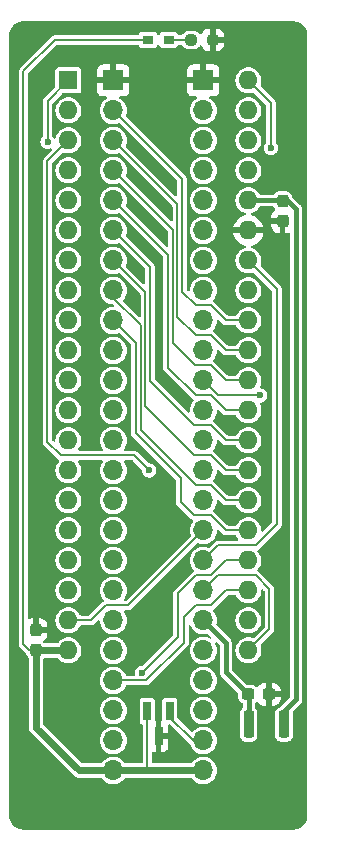
<source format=gbr>
G04 #@! TF.GenerationSoftware,KiCad,Pcbnew,8.0.4+dfsg-1*
G04 #@! TF.CreationDate,2025-02-22T20:19:48+09:00*
G04 #@! TF.ProjectId,bionic-tms9981-ldo,62696f6e-6963-42d7-946d-73393938312d,2*
G04 #@! TF.SameCoordinates,Original*
G04 #@! TF.FileFunction,Copper,L1,Top*
G04 #@! TF.FilePolarity,Positive*
%FSLAX46Y46*%
G04 Gerber Fmt 4.6, Leading zero omitted, Abs format (unit mm)*
G04 Created by KiCad (PCBNEW 8.0.4+dfsg-1) date 2025-02-22 20:19:48*
%MOMM*%
%LPD*%
G01*
G04 APERTURE LIST*
G04 Aperture macros list*
%AMRoundRect*
0 Rectangle with rounded corners*
0 $1 Rounding radius*
0 $2 $3 $4 $5 $6 $7 $8 $9 X,Y pos of 4 corners*
0 Add a 4 corners polygon primitive as box body*
4,1,4,$2,$3,$4,$5,$6,$7,$8,$9,$2,$3,0*
0 Add four circle primitives for the rounded corners*
1,1,$1+$1,$2,$3*
1,1,$1+$1,$4,$5*
1,1,$1+$1,$6,$7*
1,1,$1+$1,$8,$9*
0 Add four rect primitives between the rounded corners*
20,1,$1+$1,$2,$3,$4,$5,0*
20,1,$1+$1,$4,$5,$6,$7,0*
20,1,$1+$1,$6,$7,$8,$9,0*
20,1,$1+$1,$8,$9,$2,$3,0*%
%AMFreePoly0*
4,1,9,5.362500,-0.866500,1.237500,-0.866500,1.237500,-0.450000,-1.237500,-0.450000,-1.237500,0.450000,1.237500,0.450000,1.237500,0.866500,5.362500,0.866500,5.362500,-0.866500,5.362500,-0.866500,$1*%
G04 Aperture macros list end*
G04 #@! TA.AperFunction,SMDPad,CuDef*
%ADD10RoundRect,0.225000X-0.225000X0.925000X-0.225000X-0.925000X0.225000X-0.925000X0.225000X0.925000X0*%
G04 #@! TD*
G04 #@! TA.AperFunction,SMDPad,CuDef*
%ADD11FreePoly0,270.000000*%
G04 #@! TD*
G04 #@! TA.AperFunction,SMDPad,CuDef*
%ADD12R,0.660400X1.625600*%
G04 #@! TD*
G04 #@! TA.AperFunction,ComponentPad*
%ADD13R,1.600000X1.600000*%
G04 #@! TD*
G04 #@! TA.AperFunction,ComponentPad*
%ADD14O,1.600000X1.600000*%
G04 #@! TD*
G04 #@! TA.AperFunction,ComponentPad*
%ADD15O,1.700000X1.700000*%
G04 #@! TD*
G04 #@! TA.AperFunction,ComponentPad*
%ADD16R,1.700000X1.700000*%
G04 #@! TD*
G04 #@! TA.AperFunction,SMDPad,CuDef*
%ADD17R,0.965200X0.762000*%
G04 #@! TD*
G04 #@! TA.AperFunction,SMDPad,CuDef*
%ADD18RoundRect,0.237500X-0.250000X-0.237500X0.250000X-0.237500X0.250000X0.237500X-0.250000X0.237500X0*%
G04 #@! TD*
G04 #@! TA.AperFunction,SMDPad,CuDef*
%ADD19RoundRect,0.237500X-0.300000X-0.237500X0.300000X-0.237500X0.300000X0.237500X-0.300000X0.237500X0*%
G04 #@! TD*
G04 #@! TA.AperFunction,SMDPad,CuDef*
%ADD20RoundRect,0.237500X0.237500X-0.300000X0.237500X0.300000X-0.237500X0.300000X-0.237500X-0.300000X0*%
G04 #@! TD*
G04 #@! TA.AperFunction,SMDPad,CuDef*
%ADD21RoundRect,0.237500X-0.237500X0.300000X-0.237500X-0.300000X0.237500X-0.300000X0.237500X0.300000X0*%
G04 #@! TD*
G04 #@! TA.AperFunction,ViaPad*
%ADD22C,0.600000*%
G04 #@! TD*
G04 #@! TA.AperFunction,Conductor*
%ADD23C,0.200000*%
G04 #@! TD*
G04 #@! TA.AperFunction,Conductor*
%ADD24C,0.600000*%
G04 #@! TD*
G04 #@! TA.AperFunction,Conductor*
%ADD25C,0.400000*%
G04 #@! TD*
G04 APERTURE END LIST*
D10*
X124344000Y-129602500D03*
D11*
X122844000Y-129690000D03*
D10*
X121344000Y-129602500D03*
D12*
X114665200Y-128470800D03*
X112765198Y-128470800D03*
X113715199Y-130602800D03*
D13*
X106080000Y-75080000D03*
D14*
X106080000Y-77620000D03*
X106080000Y-80160000D03*
X106080000Y-82700000D03*
X106080000Y-85240000D03*
X106080000Y-87780000D03*
X106080000Y-90320000D03*
X106080000Y-92860000D03*
X106080000Y-95400000D03*
X106080000Y-97940000D03*
X106080000Y-100480000D03*
X106080000Y-103020000D03*
X106080000Y-105560000D03*
X106080000Y-108100000D03*
X106080000Y-110640000D03*
X106080000Y-113180000D03*
X106080000Y-115720000D03*
X106080000Y-118260000D03*
X106080000Y-120800000D03*
X106080000Y-123340000D03*
X121320000Y-123340000D03*
X121320000Y-120800000D03*
X121320000Y-118260000D03*
X121320000Y-115720000D03*
X121320000Y-113180000D03*
X121320000Y-110640000D03*
X121320000Y-108100000D03*
X121320000Y-105560000D03*
X121320000Y-103020000D03*
X121320000Y-100480000D03*
X121320000Y-97940000D03*
X121320000Y-95400000D03*
X121320000Y-92860000D03*
X121320000Y-90320000D03*
X121320000Y-87780000D03*
X121320000Y-85240000D03*
X121320000Y-82700000D03*
X121320000Y-80160000D03*
X121320000Y-77620000D03*
X121320000Y-75080000D03*
D15*
X117510000Y-133500000D03*
X117510000Y-130960000D03*
X117510000Y-128420000D03*
X117510000Y-125880000D03*
X117510000Y-123340000D03*
X117510000Y-120800000D03*
X117510000Y-118260000D03*
X117510000Y-115720000D03*
X117510000Y-113180000D03*
X117510000Y-110640000D03*
X117510000Y-108100000D03*
X117510000Y-105560000D03*
X117510000Y-103020000D03*
X117510000Y-100480000D03*
X117510000Y-97940000D03*
X117510000Y-95400000D03*
X117510000Y-92860000D03*
X117510000Y-90320000D03*
X117510000Y-87780000D03*
X117510000Y-85240000D03*
X117510000Y-82700000D03*
X117510000Y-80160000D03*
X117510000Y-77620000D03*
D16*
X117510000Y-75080000D03*
X109890000Y-75080000D03*
D15*
X109890000Y-77620000D03*
X109890000Y-80160000D03*
X109890000Y-82700000D03*
X109890000Y-85240000D03*
X109890000Y-87780000D03*
X109890000Y-90320000D03*
X109890000Y-92860000D03*
X109890000Y-95400000D03*
X109890000Y-97940000D03*
X109890000Y-100480000D03*
X109890000Y-103020000D03*
X109890000Y-105560000D03*
X109890000Y-108100000D03*
X109890000Y-110640000D03*
X109890000Y-113180000D03*
X109890000Y-115720000D03*
X109890000Y-118260000D03*
X109890000Y-120800000D03*
X109890000Y-123340000D03*
X109890000Y-125880000D03*
X109890000Y-128420000D03*
X109890000Y-130960000D03*
X109890000Y-133500000D03*
D17*
X114576300Y-71651000D03*
X112823700Y-71651000D03*
D18*
X116470500Y-71651000D03*
X118295500Y-71651000D03*
D19*
X121322500Y-127062500D03*
X123047500Y-127062500D03*
D20*
X103336800Y-123338900D03*
X103336800Y-121613900D03*
D21*
X124215600Y-85266500D03*
X124215600Y-86991500D03*
D22*
X124749000Y-135786000D03*
X102651000Y-71778000D03*
X103540000Y-133119000D03*
X124114000Y-125245000D03*
X113700000Y-118641000D03*
X113700000Y-132357000D03*
X103286000Y-120038000D03*
X105953000Y-129944000D03*
X124622000Y-88415000D03*
X121193000Y-135786000D03*
X113700000Y-113688000D03*
X103286000Y-83970000D03*
X123225000Y-80795000D03*
X122336000Y-101750000D03*
X104321000Y-80287000D03*
X112938000Y-108100000D03*
X112303000Y-125245000D03*
D23*
X102776900Y-123338900D02*
X103336800Y-123338900D01*
X102270000Y-74318000D02*
X102270000Y-122832000D01*
X112765198Y-128470800D02*
X112765198Y-133469602D01*
D24*
X109890000Y-133500000D02*
X106969000Y-133500000D01*
D23*
X112765198Y-133469602D02*
X112734800Y-133500000D01*
D24*
X106078900Y-123338900D02*
X106080000Y-123340000D01*
X103336800Y-129867800D02*
X103336800Y-123338900D01*
D23*
X102270000Y-122832000D02*
X102776900Y-123338900D01*
D24*
X112734800Y-133500000D02*
X109890000Y-133500000D01*
X103336700Y-123339000D02*
X103336800Y-123338900D01*
D23*
X112823700Y-71651000D02*
X104937000Y-71651000D01*
D24*
X106969000Y-133500000D02*
X103336800Y-129867800D01*
X117510000Y-133500000D02*
X112734800Y-133500000D01*
X103336800Y-123338900D02*
X106078900Y-123338900D01*
D23*
X104937000Y-71651000D02*
X102270000Y-74318000D01*
D25*
X122717000Y-87780000D02*
X121320000Y-87780000D01*
X121320000Y-87780000D02*
X119923000Y-87780000D01*
D23*
X123098000Y-118133000D02*
X123098000Y-121562000D01*
X117510000Y-118260000D02*
X118780000Y-116990000D01*
X121955000Y-116990000D02*
X123098000Y-118133000D01*
X123098000Y-121562000D02*
X121320000Y-123340000D01*
X118780000Y-116990000D02*
X121955000Y-116990000D01*
X121320000Y-90320000D02*
X123733000Y-92733000D01*
X123733000Y-92733000D02*
X123733000Y-112672000D01*
X123733000Y-112672000D02*
X121955000Y-114450000D01*
X121955000Y-114450000D02*
X118780000Y-114450000D01*
X118780000Y-114450000D02*
X117510000Y-115720000D01*
X118145200Y-111910200D02*
X116748200Y-111910200D01*
X115605000Y-108735000D02*
X111795000Y-104925000D01*
X121320000Y-113180000D02*
X119415000Y-113180000D01*
X116748200Y-111910200D02*
X115605000Y-110767000D01*
X119415000Y-113180000D02*
X118145200Y-111910200D01*
X111795000Y-104925000D02*
X111795000Y-97305000D01*
X111795000Y-97305000D02*
X109890000Y-95400000D01*
X115605000Y-110767000D02*
X115605000Y-108735000D01*
X118145000Y-109370000D02*
X119415000Y-110640000D01*
X112195000Y-104690000D02*
X116875000Y-109370000D01*
X112195000Y-95818000D02*
X112195000Y-104690000D01*
X109890000Y-92860000D02*
X109890000Y-93513000D01*
X109890000Y-93513000D02*
X112195000Y-95818000D01*
X119415000Y-110640000D02*
X121320000Y-110640000D01*
X116875000Y-109370000D02*
X118145000Y-109370000D01*
X112595000Y-93025000D02*
X112595000Y-102677000D01*
X119415000Y-108100000D02*
X121320000Y-108100000D01*
X109890000Y-90320000D02*
X112595000Y-93025000D01*
X116748000Y-106830000D02*
X118145000Y-106830000D01*
X112595000Y-102677000D02*
X116748000Y-106830000D01*
X118145000Y-106830000D02*
X119415000Y-108100000D01*
X118780000Y-101750000D02*
X117510000Y-100480000D01*
X123225000Y-80795000D02*
X123225000Y-76985000D01*
X123225000Y-76985000D02*
X121320000Y-75080000D01*
X122336000Y-101750000D02*
X118780000Y-101750000D01*
X109890000Y-87780000D02*
X112995000Y-90885000D01*
X112995000Y-90885000D02*
X112995000Y-100537000D01*
X116748000Y-104290000D02*
X118145000Y-104290000D01*
X119415000Y-105560000D02*
X121320000Y-105560000D01*
X112995000Y-100537000D02*
X116748000Y-104290000D01*
X118145000Y-104290000D02*
X119415000Y-105560000D01*
X118145000Y-101750000D02*
X119415000Y-103020000D01*
X109890000Y-85240000D02*
X114509600Y-89859600D01*
X114509600Y-99384600D02*
X116875000Y-101750000D01*
X116875000Y-101750000D02*
X118145000Y-101750000D01*
X119415000Y-103020000D02*
X121320000Y-103020000D01*
X114509600Y-89859600D02*
X114509600Y-99384600D01*
X119415000Y-100480000D02*
X121320000Y-100480000D01*
X114909600Y-87719600D02*
X114909600Y-97308100D01*
X109890000Y-82700000D02*
X114909600Y-87719600D01*
X118145000Y-99210000D02*
X119415000Y-100480000D01*
X114909600Y-97308100D02*
X116811500Y-99210000D01*
X116811500Y-99210000D02*
X118145000Y-99210000D01*
X109890000Y-80160000D02*
X115309600Y-85579600D01*
X116875000Y-96670000D02*
X118145000Y-96670000D01*
X118145000Y-96670000D02*
X119415000Y-97940000D01*
X119415000Y-97940000D02*
X121320000Y-97940000D01*
X115309600Y-85579600D02*
X115309600Y-95104600D01*
X115309600Y-95104600D02*
X116875000Y-96670000D01*
X115709600Y-83439600D02*
X115709600Y-92964600D01*
X118145000Y-94130000D02*
X119415000Y-95400000D01*
X119415000Y-95400000D02*
X121320000Y-95400000D01*
X109890000Y-77620000D02*
X115709600Y-83439600D01*
X116875000Y-94130000D02*
X118145000Y-94130000D01*
X115709600Y-92964600D02*
X116875000Y-94130000D01*
X112684000Y-125880000D02*
X109890000Y-125880000D01*
X115859000Y-122705000D02*
X112684000Y-125880000D01*
X118145000Y-119530000D02*
X116875000Y-119530000D01*
X121320000Y-118260000D02*
X119415000Y-118260000D01*
X119415000Y-118260000D02*
X118145000Y-119530000D01*
X116875000Y-119530000D02*
X115859000Y-120546000D01*
X115859000Y-120546000D02*
X115859000Y-122705000D01*
X104321000Y-80287000D02*
X104321000Y-76839000D01*
X104321000Y-76839000D02*
X106080000Y-75080000D01*
X112938000Y-108100000D02*
X111668000Y-106830000D01*
X111668000Y-106830000D02*
X105445000Y-106830000D01*
X104302000Y-81938000D02*
X106080000Y-80160000D01*
X104302000Y-105687000D02*
X104302000Y-81938000D01*
X105445000Y-106830000D02*
X104302000Y-105687000D01*
X121322500Y-127062500D02*
X121344000Y-127084000D01*
X121220000Y-126960000D02*
X121322500Y-127062500D01*
D25*
X119415000Y-125155000D02*
X121219500Y-126959500D01*
X119415000Y-122705000D02*
X119415000Y-125155000D01*
X117510000Y-120800000D02*
X119415000Y-122705000D01*
X121344000Y-127084000D02*
X121344000Y-129602500D01*
D23*
X116875000Y-116990000D02*
X118145000Y-116990000D01*
X119415000Y-115720000D02*
X121320000Y-115720000D01*
X115351000Y-122197000D02*
X115351000Y-118514000D01*
X115351000Y-118514000D02*
X116875000Y-116990000D01*
X112303000Y-125245000D02*
X115351000Y-122197000D01*
X118145000Y-116990000D02*
X119415000Y-115720000D01*
X114576300Y-71651000D02*
X116470500Y-71651000D01*
X111160000Y-119530000D02*
X117510000Y-113180000D01*
X109255000Y-119530000D02*
X111160000Y-119530000D01*
X106080000Y-120800000D02*
X107985000Y-120800000D01*
X107985000Y-120800000D02*
X109255000Y-119530000D01*
D25*
X124214500Y-85240000D02*
X121320000Y-85240000D01*
X125384000Y-86002000D02*
X124620900Y-85238900D01*
X124344000Y-128507500D02*
X125384000Y-127467500D01*
X124344000Y-129602500D02*
X124344000Y-128507500D01*
X125384000Y-127467500D02*
X125384000Y-86002000D01*
D23*
X124214300Y-85239900D02*
X124215600Y-85241200D01*
X124215600Y-85241200D02*
X124215600Y-85266500D01*
D25*
X124620900Y-85238900D02*
X124215600Y-85238900D01*
D23*
X124344000Y-129602000D02*
X124344000Y-129602500D01*
D25*
X124215600Y-85238900D02*
X124214500Y-85240000D01*
D23*
X116621000Y-130960000D02*
X114614400Y-128953400D01*
X117510000Y-130960000D02*
X116621000Y-130960000D01*
X114614400Y-128953400D02*
X114614400Y-128523200D01*
G04 #@! TA.AperFunction,Conductor*
G36*
X125133875Y-70075805D02*
G01*
X125309097Y-70089594D01*
X125324430Y-70092023D01*
X125491550Y-70132145D01*
X125506317Y-70136943D01*
X125665104Y-70202715D01*
X125678926Y-70209758D01*
X125825469Y-70299560D01*
X125838032Y-70308688D01*
X125968717Y-70420303D01*
X125979699Y-70431285D01*
X126091311Y-70561967D01*
X126100440Y-70574532D01*
X126190238Y-70721068D01*
X126197287Y-70734902D01*
X126263054Y-70893678D01*
X126267855Y-70908453D01*
X126307975Y-71075564D01*
X126310405Y-71090907D01*
X126324195Y-71266123D01*
X126324500Y-71273891D01*
X126324500Y-137306108D01*
X126324195Y-137313876D01*
X126310405Y-137489092D01*
X126307975Y-137504435D01*
X126267855Y-137671546D01*
X126263054Y-137686321D01*
X126197287Y-137845097D01*
X126190234Y-137858939D01*
X126100442Y-138005465D01*
X126091311Y-138018032D01*
X125979699Y-138148714D01*
X125968714Y-138159699D01*
X125838032Y-138271311D01*
X125825465Y-138280442D01*
X125678939Y-138370234D01*
X125665097Y-138377287D01*
X125506321Y-138443054D01*
X125491546Y-138447855D01*
X125324435Y-138487975D01*
X125309092Y-138490405D01*
X125149743Y-138502946D01*
X125133874Y-138504195D01*
X125126108Y-138504500D01*
X102273892Y-138504500D01*
X102266125Y-138504195D01*
X102247014Y-138502691D01*
X102090907Y-138490405D01*
X102075564Y-138487975D01*
X101908453Y-138447855D01*
X101893678Y-138443054D01*
X101734902Y-138377287D01*
X101721068Y-138370238D01*
X101574532Y-138280440D01*
X101561967Y-138271311D01*
X101462706Y-138186535D01*
X101431282Y-138159696D01*
X101420303Y-138148717D01*
X101308688Y-138018032D01*
X101299560Y-138005469D01*
X101209758Y-137858926D01*
X101202715Y-137845104D01*
X101136943Y-137686317D01*
X101132144Y-137671546D01*
X101092024Y-137504435D01*
X101089594Y-137489097D01*
X101075805Y-137313875D01*
X101075500Y-137306108D01*
X101075500Y-74265273D01*
X101869500Y-74265273D01*
X101869500Y-122779273D01*
X101869500Y-122884727D01*
X101869576Y-122885010D01*
X101896794Y-122986592D01*
X101949516Y-123077908D01*
X101949518Y-123077910D01*
X101949520Y-123077913D01*
X102530987Y-123659380D01*
X102530989Y-123659381D01*
X102535576Y-123663968D01*
X102534014Y-123665529D01*
X102563109Y-123707854D01*
X102566482Y-123724173D01*
X102571683Y-123767479D01*
X102625938Y-123905058D01*
X102716184Y-124024066D01*
X102736279Y-124081857D01*
X102736300Y-124083885D01*
X102736300Y-129782663D01*
X102736299Y-129782681D01*
X102736299Y-129946856D01*
X102777223Y-130099587D01*
X102779198Y-130103007D01*
X102856278Y-130236513D01*
X102856280Y-130236516D01*
X102968084Y-130348320D01*
X102968086Y-130348321D01*
X106600284Y-133980520D01*
X106737216Y-134059577D01*
X106737218Y-134059577D01*
X106737219Y-134059578D01*
X106813579Y-134080039D01*
X106889940Y-134100500D01*
X106889942Y-134100501D01*
X106889943Y-134100501D01*
X107054121Y-134100501D01*
X107054137Y-134100500D01*
X108852482Y-134100500D01*
X108910673Y-134119407D01*
X108931483Y-134139836D01*
X109036128Y-134278407D01*
X109036135Y-134278413D01*
X109193692Y-134422047D01*
X109193699Y-134422053D01*
X109297389Y-134486255D01*
X109374981Y-134534298D01*
X109573802Y-134611321D01*
X109783390Y-134650500D01*
X109996610Y-134650500D01*
X110206198Y-134611321D01*
X110405019Y-134534298D01*
X110586302Y-134422052D01*
X110743872Y-134278407D01*
X110848515Y-134139838D01*
X110898671Y-134104796D01*
X110927518Y-134100500D01*
X112655743Y-134100500D01*
X116472482Y-134100500D01*
X116530673Y-134119407D01*
X116551483Y-134139836D01*
X116656128Y-134278407D01*
X116656135Y-134278413D01*
X116813692Y-134422047D01*
X116813699Y-134422053D01*
X116917389Y-134486255D01*
X116994981Y-134534298D01*
X117193802Y-134611321D01*
X117403390Y-134650500D01*
X117616610Y-134650500D01*
X117826198Y-134611321D01*
X118025019Y-134534298D01*
X118206302Y-134422052D01*
X118363872Y-134278407D01*
X118492366Y-134108255D01*
X118587405Y-133917389D01*
X118645756Y-133712310D01*
X118665429Y-133500000D01*
X118645756Y-133287690D01*
X118587405Y-133082611D01*
X118492366Y-132891745D01*
X118363872Y-132721593D01*
X118309623Y-132672139D01*
X118206307Y-132577952D01*
X118206300Y-132577946D01*
X118025024Y-132465705D01*
X118025019Y-132465702D01*
X117826195Y-132388678D01*
X117616610Y-132349500D01*
X117403390Y-132349500D01*
X117193804Y-132388678D01*
X116994980Y-132465702D01*
X116994975Y-132465705D01*
X116813699Y-132577946D01*
X116813692Y-132577952D01*
X116656135Y-132721586D01*
X116656131Y-132721589D01*
X116656128Y-132721593D01*
X116551484Y-132860161D01*
X116501329Y-132895204D01*
X116472482Y-132899500D01*
X113264698Y-132899500D01*
X113206507Y-132880593D01*
X113170543Y-132831093D01*
X113165698Y-132800500D01*
X113165698Y-132007379D01*
X113184605Y-131949188D01*
X113234105Y-131913224D01*
X113275280Y-131908946D01*
X113337175Y-131915600D01*
X113465198Y-131915600D01*
X113465199Y-131915599D01*
X113465199Y-130852801D01*
X113965199Y-130852801D01*
X113965199Y-131915599D01*
X113965200Y-131915600D01*
X114093223Y-131915600D01*
X114152769Y-131909198D01*
X114152780Y-131909196D01*
X114287487Y-131858953D01*
X114287489Y-131858952D01*
X114402583Y-131772792D01*
X114402591Y-131772784D01*
X114488751Y-131657690D01*
X114488752Y-131657688D01*
X114538995Y-131522981D01*
X114538997Y-131522970D01*
X114545399Y-131463424D01*
X114545399Y-130852801D01*
X114545398Y-130852800D01*
X113965200Y-130852800D01*
X113965199Y-130852801D01*
X113465199Y-130852801D01*
X113465199Y-129290001D01*
X113965199Y-129290001D01*
X113965199Y-130352799D01*
X113965200Y-130352800D01*
X114545398Y-130352800D01*
X114545399Y-130352799D01*
X114545399Y-129742176D01*
X114540296Y-129694713D01*
X114552875Y-129634834D01*
X114598247Y-129593785D01*
X114659081Y-129587245D01*
X114708733Y-129614126D01*
X116375087Y-131280480D01*
X116375089Y-131280481D01*
X116376164Y-131281102D01*
X116376759Y-131281762D01*
X116380236Y-131284431D01*
X116379741Y-131285075D01*
X116417104Y-131326572D01*
X116421883Y-131339744D01*
X116432592Y-131377381D01*
X116432595Y-131377390D01*
X116475435Y-131463424D01*
X116527634Y-131568255D01*
X116656128Y-131738407D01*
X116656135Y-131738413D01*
X116813692Y-131882047D01*
X116813699Y-131882053D01*
X116917389Y-131946255D01*
X116994981Y-131994298D01*
X117193802Y-132071321D01*
X117403390Y-132110500D01*
X117616610Y-132110500D01*
X117826198Y-132071321D01*
X118025019Y-131994298D01*
X118206302Y-131882052D01*
X118363872Y-131738407D01*
X118492366Y-131568255D01*
X118587405Y-131377389D01*
X118645756Y-131172310D01*
X118665429Y-130960000D01*
X118645756Y-130747690D01*
X118587405Y-130542611D01*
X118492366Y-130351745D01*
X118363872Y-130181593D01*
X118277660Y-130103000D01*
X118206307Y-130037952D01*
X118206300Y-130037946D01*
X118025024Y-129925705D01*
X118025019Y-129925702D01*
X117826195Y-129848678D01*
X117616610Y-129809500D01*
X117403390Y-129809500D01*
X117193804Y-129848678D01*
X116994980Y-129925702D01*
X116994975Y-129925705D01*
X116813699Y-130037946D01*
X116813692Y-130037952D01*
X116656135Y-130181586D01*
X116656131Y-130181589D01*
X116656128Y-130181593D01*
X116656125Y-130181596D01*
X116656123Y-130181599D01*
X116618354Y-130231612D01*
X116568197Y-130266654D01*
X116507022Y-130265523D01*
X116469347Y-130241954D01*
X115324895Y-129097502D01*
X115297118Y-129042985D01*
X115295899Y-129027498D01*
X115295899Y-128420000D01*
X116354571Y-128420000D01*
X116374244Y-128632310D01*
X116432595Y-128837389D01*
X116527634Y-129028255D01*
X116656128Y-129198407D01*
X116656135Y-129198413D01*
X116813692Y-129342047D01*
X116813699Y-129342053D01*
X116832332Y-129353590D01*
X116994981Y-129454298D01*
X117193802Y-129531321D01*
X117403390Y-129570500D01*
X117616610Y-129570500D01*
X117826198Y-129531321D01*
X118025019Y-129454298D01*
X118206302Y-129342052D01*
X118363872Y-129198407D01*
X118492366Y-129028255D01*
X118587405Y-128837389D01*
X118645756Y-128632310D01*
X118665429Y-128420000D01*
X118645756Y-128207690D01*
X118587405Y-128002611D01*
X118492366Y-127811745D01*
X118363872Y-127641593D01*
X118245181Y-127533391D01*
X118206307Y-127497952D01*
X118206300Y-127497946D01*
X118025024Y-127385705D01*
X118025019Y-127385702D01*
X117959745Y-127360415D01*
X117826198Y-127308679D01*
X117826197Y-127308678D01*
X117826195Y-127308678D01*
X117616610Y-127269500D01*
X117403390Y-127269500D01*
X117193804Y-127308678D01*
X116994980Y-127385702D01*
X116994975Y-127385705D01*
X116813699Y-127497946D01*
X116813692Y-127497952D01*
X116656135Y-127641586D01*
X116656131Y-127641589D01*
X116656128Y-127641593D01*
X116656125Y-127641597D01*
X116527635Y-127811743D01*
X116527630Y-127811752D01*
X116432596Y-128002608D01*
X116374244Y-128207688D01*
X116374244Y-128207690D01*
X116354571Y-128420000D01*
X115295899Y-128420000D01*
X115295899Y-127613139D01*
X115295899Y-127613136D01*
X115292985Y-127588009D01*
X115247606Y-127485235D01*
X115168165Y-127405794D01*
X115065391Y-127360415D01*
X115065390Y-127360414D01*
X115065388Y-127360414D01*
X115040268Y-127357500D01*
X114290139Y-127357500D01*
X114290136Y-127357501D01*
X114265009Y-127360414D01*
X114162235Y-127405794D01*
X114082794Y-127485235D01*
X114037414Y-127588011D01*
X114034500Y-127613130D01*
X114034500Y-127613132D01*
X114034500Y-127613135D01*
X114034500Y-128450803D01*
X114034501Y-129191000D01*
X114015594Y-129249191D01*
X113980542Y-129274657D01*
X113965199Y-129290001D01*
X113465199Y-129290001D01*
X113450903Y-129275705D01*
X113436707Y-129271093D01*
X113400743Y-129221593D01*
X113395898Y-129191000D01*
X113395897Y-127613139D01*
X113395897Y-127613136D01*
X113392983Y-127588009D01*
X113347604Y-127485235D01*
X113268163Y-127405794D01*
X113165389Y-127360415D01*
X113165388Y-127360414D01*
X113165386Y-127360414D01*
X113140266Y-127357500D01*
X112390137Y-127357500D01*
X112390134Y-127357501D01*
X112365007Y-127360414D01*
X112262233Y-127405794D01*
X112182792Y-127485235D01*
X112137412Y-127588011D01*
X112134498Y-127613130D01*
X112134498Y-129328460D01*
X112134499Y-129328463D01*
X112137412Y-129353590D01*
X112162754Y-129410985D01*
X112182792Y-129456365D01*
X112262233Y-129535806D01*
X112305686Y-129554992D01*
X112351281Y-129595791D01*
X112364698Y-129645556D01*
X112364698Y-132800500D01*
X112345791Y-132858691D01*
X112296291Y-132894655D01*
X112265698Y-132899500D01*
X110927518Y-132899500D01*
X110869327Y-132880593D01*
X110848516Y-132860163D01*
X110743872Y-132721593D01*
X110689623Y-132672139D01*
X110586307Y-132577952D01*
X110586300Y-132577946D01*
X110405024Y-132465705D01*
X110405019Y-132465702D01*
X110206195Y-132388678D01*
X109996610Y-132349500D01*
X109783390Y-132349500D01*
X109573804Y-132388678D01*
X109374980Y-132465702D01*
X109374975Y-132465705D01*
X109193699Y-132577946D01*
X109193692Y-132577952D01*
X109036135Y-132721586D01*
X109036131Y-132721589D01*
X109036128Y-132721593D01*
X108931484Y-132860161D01*
X108881329Y-132895204D01*
X108852482Y-132899500D01*
X107258744Y-132899500D01*
X107200553Y-132880593D01*
X107188740Y-132870504D01*
X105278236Y-130960000D01*
X108734571Y-130960000D01*
X108743188Y-131053000D01*
X108754244Y-131172310D01*
X108812595Y-131377389D01*
X108907634Y-131568255D01*
X109036128Y-131738407D01*
X109036135Y-131738413D01*
X109193692Y-131882047D01*
X109193699Y-131882053D01*
X109297389Y-131946255D01*
X109374981Y-131994298D01*
X109573802Y-132071321D01*
X109783390Y-132110500D01*
X109996610Y-132110500D01*
X110206198Y-132071321D01*
X110405019Y-131994298D01*
X110586302Y-131882052D01*
X110743872Y-131738407D01*
X110872366Y-131568255D01*
X110967405Y-131377389D01*
X111025756Y-131172310D01*
X111045429Y-130960000D01*
X111025756Y-130747690D01*
X110967405Y-130542611D01*
X110872366Y-130351745D01*
X110743872Y-130181593D01*
X110657660Y-130103000D01*
X110586307Y-130037952D01*
X110586300Y-130037946D01*
X110405024Y-129925705D01*
X110405019Y-129925702D01*
X110206195Y-129848678D01*
X109996610Y-129809500D01*
X109783390Y-129809500D01*
X109573804Y-129848678D01*
X109374980Y-129925702D01*
X109374975Y-129925705D01*
X109193699Y-130037946D01*
X109193692Y-130037952D01*
X109036135Y-130181586D01*
X109036131Y-130181589D01*
X109036128Y-130181593D01*
X109036125Y-130181597D01*
X108907635Y-130351743D01*
X108907630Y-130351752D01*
X108812596Y-130542608D01*
X108754244Y-130747688D01*
X108734571Y-130960000D01*
X105278236Y-130960000D01*
X103966296Y-129648060D01*
X103938519Y-129593543D01*
X103937300Y-129578056D01*
X103937300Y-128420000D01*
X108734571Y-128420000D01*
X108754244Y-128632310D01*
X108812595Y-128837389D01*
X108907634Y-129028255D01*
X109036128Y-129198407D01*
X109036135Y-129198413D01*
X109193692Y-129342047D01*
X109193699Y-129342053D01*
X109212332Y-129353590D01*
X109374981Y-129454298D01*
X109573802Y-129531321D01*
X109783390Y-129570500D01*
X109996610Y-129570500D01*
X110206198Y-129531321D01*
X110405019Y-129454298D01*
X110586302Y-129342052D01*
X110743872Y-129198407D01*
X110872366Y-129028255D01*
X110967405Y-128837389D01*
X111025756Y-128632310D01*
X111045429Y-128420000D01*
X111025756Y-128207690D01*
X110967405Y-128002611D01*
X110872366Y-127811745D01*
X110743872Y-127641593D01*
X110625181Y-127533391D01*
X110586307Y-127497952D01*
X110586300Y-127497946D01*
X110405024Y-127385705D01*
X110405019Y-127385702D01*
X110339745Y-127360415D01*
X110206198Y-127308679D01*
X110206197Y-127308678D01*
X110206195Y-127308678D01*
X109996610Y-127269500D01*
X109783390Y-127269500D01*
X109573804Y-127308678D01*
X109374980Y-127385702D01*
X109374975Y-127385705D01*
X109193699Y-127497946D01*
X109193692Y-127497952D01*
X109036135Y-127641586D01*
X109036131Y-127641589D01*
X109036128Y-127641593D01*
X109036125Y-127641597D01*
X108907635Y-127811743D01*
X108907630Y-127811752D01*
X108812596Y-128002608D01*
X108754244Y-128207688D01*
X108754244Y-128207690D01*
X108734571Y-128420000D01*
X103937300Y-128420000D01*
X103937300Y-124083885D01*
X103956207Y-124025694D01*
X103957416Y-124024066D01*
X103991908Y-123978581D01*
X104042134Y-123943639D01*
X104070792Y-123939400D01*
X105104306Y-123939400D01*
X105162497Y-123958307D01*
X105183307Y-123978736D01*
X105263236Y-124084579D01*
X105413959Y-124221981D01*
X105587363Y-124329348D01*
X105777544Y-124403024D01*
X105978024Y-124440500D01*
X106181976Y-124440500D01*
X106382456Y-124403024D01*
X106572637Y-124329348D01*
X106746041Y-124221981D01*
X106896764Y-124084579D01*
X107019673Y-123921821D01*
X107110582Y-123739250D01*
X107166397Y-123543083D01*
X107185215Y-123340000D01*
X108734571Y-123340000D01*
X108754244Y-123552310D01*
X108812595Y-123757389D01*
X108907634Y-123948255D01*
X109036128Y-124118407D01*
X109036135Y-124118413D01*
X109193692Y-124262047D01*
X109193699Y-124262053D01*
X109297389Y-124326255D01*
X109374981Y-124374298D01*
X109573802Y-124451321D01*
X109783390Y-124490500D01*
X109996610Y-124490500D01*
X110206198Y-124451321D01*
X110405019Y-124374298D01*
X110586302Y-124262052D01*
X110743872Y-124118407D01*
X110872366Y-123948255D01*
X110967405Y-123757389D01*
X111025756Y-123552310D01*
X111045429Y-123340000D01*
X111025756Y-123127690D01*
X110967405Y-122922611D01*
X110872366Y-122731745D01*
X110743872Y-122561593D01*
X110672298Y-122496344D01*
X110586307Y-122417952D01*
X110586300Y-122417946D01*
X110405024Y-122305705D01*
X110405019Y-122305702D01*
X110206195Y-122228678D01*
X109996610Y-122189500D01*
X109783390Y-122189500D01*
X109573804Y-122228678D01*
X109374980Y-122305702D01*
X109374975Y-122305705D01*
X109193699Y-122417946D01*
X109193692Y-122417952D01*
X109036135Y-122561586D01*
X109036131Y-122561589D01*
X109036128Y-122561593D01*
X109036125Y-122561597D01*
X108907635Y-122731743D01*
X108907630Y-122731752D01*
X108812596Y-122922608D01*
X108754244Y-123127688D01*
X108754244Y-123127690D01*
X108734571Y-123340000D01*
X107185215Y-123340000D01*
X107166397Y-123136917D01*
X107110582Y-122940750D01*
X107019673Y-122758179D01*
X106896764Y-122595421D01*
X106746041Y-122458019D01*
X106572637Y-122350652D01*
X106382456Y-122276976D01*
X106382455Y-122276975D01*
X106382453Y-122276975D01*
X106181976Y-122239500D01*
X105978024Y-122239500D01*
X105777546Y-122276975D01*
X105755334Y-122285580D01*
X105587363Y-122350652D01*
X105478676Y-122417948D01*
X105413959Y-122458019D01*
X105263234Y-122595423D01*
X105184970Y-122699061D01*
X105134814Y-122734104D01*
X105105967Y-122738400D01*
X104070792Y-122738400D01*
X104012601Y-122719493D01*
X103991908Y-122699218D01*
X103966636Y-122665891D01*
X103946541Y-122608100D01*
X103964253Y-122549534D01*
X103993548Y-122521812D01*
X104034837Y-122496344D01*
X104156746Y-122374435D01*
X104247251Y-122227706D01*
X104301481Y-122064048D01*
X104311800Y-121963055D01*
X104311800Y-121863901D01*
X104311799Y-121863900D01*
X103185800Y-121863900D01*
X103127609Y-121844993D01*
X103091645Y-121795493D01*
X103086800Y-121764900D01*
X103086800Y-120576401D01*
X103586800Y-120576401D01*
X103586800Y-121363899D01*
X103586801Y-121363900D01*
X104311798Y-121363900D01*
X104311799Y-121363899D01*
X104311799Y-121264745D01*
X104301482Y-121163757D01*
X104301479Y-121163745D01*
X104247251Y-121000093D01*
X104156746Y-120853364D01*
X104103382Y-120800000D01*
X104974785Y-120800000D01*
X104993603Y-121003083D01*
X105049418Y-121199250D01*
X105140327Y-121381821D01*
X105263236Y-121544579D01*
X105413959Y-121681981D01*
X105587363Y-121789348D01*
X105777544Y-121863024D01*
X105978024Y-121900500D01*
X106181976Y-121900500D01*
X106382456Y-121863024D01*
X106572637Y-121789348D01*
X106746041Y-121681981D01*
X106896764Y-121544579D01*
X107019673Y-121381821D01*
X107082637Y-121255371D01*
X107125500Y-121211709D01*
X107171258Y-121200500D01*
X108037725Y-121200500D01*
X108037727Y-121200500D01*
X108139588Y-121173207D01*
X108139590Y-121173205D01*
X108139592Y-121173205D01*
X108230908Y-121120483D01*
X108230908Y-121120482D01*
X108230913Y-121120480D01*
X108569913Y-120781478D01*
X108624430Y-120753701D01*
X108684862Y-120763272D01*
X108728127Y-120806537D01*
X108738495Y-120842347D01*
X108754244Y-121012311D01*
X108754246Y-121012317D01*
X108812595Y-121217389D01*
X108907634Y-121408255D01*
X109036128Y-121578407D01*
X109036135Y-121578413D01*
X109193692Y-121722047D01*
X109193699Y-121722053D01*
X109297389Y-121786255D01*
X109374981Y-121834298D01*
X109573802Y-121911321D01*
X109783390Y-121950500D01*
X109996610Y-121950500D01*
X110206198Y-121911321D01*
X110405019Y-121834298D01*
X110586302Y-121722052D01*
X110743872Y-121578407D01*
X110872366Y-121408255D01*
X110967405Y-121217389D01*
X111025756Y-121012310D01*
X111045429Y-120800000D01*
X111025756Y-120587690D01*
X110967405Y-120382611D01*
X110872366Y-120191745D01*
X110794896Y-120089159D01*
X110774918Y-120031330D01*
X110792747Y-119972799D01*
X110841573Y-119935927D01*
X110873901Y-119930500D01*
X111212725Y-119930500D01*
X111212727Y-119930500D01*
X111314588Y-119903207D01*
X111314590Y-119903205D01*
X111314592Y-119903205D01*
X111405908Y-119850483D01*
X111405908Y-119850482D01*
X111405913Y-119850480D01*
X116983326Y-114273065D01*
X117037841Y-114245290D01*
X117089090Y-114250756D01*
X117193802Y-114291321D01*
X117403390Y-114330500D01*
X117616610Y-114330500D01*
X117826198Y-114291321D01*
X118025019Y-114214298D01*
X118206302Y-114102052D01*
X118363872Y-113958407D01*
X118492366Y-113788255D01*
X118587405Y-113597389D01*
X118645756Y-113392310D01*
X118661505Y-113222346D01*
X118685700Y-113166151D01*
X118738307Y-113134907D01*
X118799231Y-113140553D01*
X118830086Y-113161479D01*
X119094520Y-113425913D01*
X119094519Y-113425913D01*
X119169087Y-113500480D01*
X119260413Y-113553207D01*
X119362273Y-113580500D01*
X119467727Y-113580500D01*
X120228742Y-113580500D01*
X120286933Y-113599407D01*
X120317362Y-113635371D01*
X120380327Y-113761821D01*
X120477759Y-113890842D01*
X120497737Y-113948670D01*
X120479908Y-114007201D01*
X120431082Y-114044073D01*
X120398754Y-114049500D01*
X118832727Y-114049500D01*
X118727273Y-114049500D01*
X118664929Y-114066204D01*
X118625407Y-114076794D01*
X118534091Y-114129516D01*
X118534086Y-114129520D01*
X118036672Y-114626932D01*
X117982156Y-114654709D01*
X117930907Y-114649243D01*
X117826198Y-114608679D01*
X117826197Y-114608678D01*
X117826195Y-114608678D01*
X117616610Y-114569500D01*
X117403390Y-114569500D01*
X117193804Y-114608678D01*
X116994980Y-114685702D01*
X116994975Y-114685705D01*
X116813699Y-114797946D01*
X116813692Y-114797952D01*
X116656135Y-114941586D01*
X116656131Y-114941589D01*
X116656128Y-114941593D01*
X116656125Y-114941597D01*
X116527635Y-115111743D01*
X116527630Y-115111752D01*
X116432596Y-115302608D01*
X116374244Y-115507688D01*
X116374244Y-115507689D01*
X116374244Y-115507690D01*
X116354571Y-115720000D01*
X116374244Y-115932310D01*
X116432595Y-116137389D01*
X116527634Y-116328255D01*
X116656128Y-116498407D01*
X116656135Y-116498413D01*
X116660517Y-116502408D01*
X116690780Y-116555584D01*
X116684008Y-116616394D01*
X116643320Y-116661302D01*
X116629089Y-116669518D01*
X115030516Y-118268091D01*
X114977793Y-118359411D01*
X114977792Y-118359411D01*
X114977793Y-118359412D01*
X114950500Y-118461273D01*
X114950500Y-121990098D01*
X114931593Y-122048289D01*
X114921504Y-122060102D01*
X112371284Y-124610322D01*
X112316767Y-124638099D01*
X112305555Y-124638981D01*
X112146241Y-124659955D01*
X112146233Y-124659957D01*
X112000161Y-124720462D01*
X112000160Y-124720462D01*
X111874723Y-124816713D01*
X111874713Y-124816723D01*
X111778462Y-124942160D01*
X111778462Y-124942161D01*
X111717957Y-125088233D01*
X111717955Y-125088241D01*
X111697318Y-125244999D01*
X111697318Y-125245000D01*
X111713456Y-125367578D01*
X111702306Y-125427738D01*
X111657924Y-125469856D01*
X111615303Y-125479500D01*
X111037113Y-125479500D01*
X110978922Y-125460593D01*
X110948492Y-125424628D01*
X110920085Y-125367578D01*
X110872366Y-125271745D01*
X110743872Y-125101593D01*
X110689623Y-125052139D01*
X110586307Y-124957952D01*
X110586300Y-124957946D01*
X110405024Y-124845705D01*
X110405019Y-124845702D01*
X110206195Y-124768678D01*
X109996610Y-124729500D01*
X109783390Y-124729500D01*
X109573804Y-124768678D01*
X109374980Y-124845702D01*
X109374975Y-124845705D01*
X109193699Y-124957946D01*
X109193692Y-124957952D01*
X109036135Y-125101586D01*
X109036131Y-125101589D01*
X109036128Y-125101593D01*
X109036125Y-125101597D01*
X108907635Y-125271743D01*
X108907630Y-125271752D01*
X108812596Y-125462608D01*
X108754244Y-125667688D01*
X108734571Y-125880000D01*
X108754244Y-126092311D01*
X108771241Y-126152048D01*
X108812595Y-126297389D01*
X108907634Y-126488255D01*
X109036128Y-126658407D01*
X109036135Y-126658413D01*
X109193692Y-126802047D01*
X109193699Y-126802053D01*
X109210570Y-126812499D01*
X109374981Y-126914298D01*
X109573802Y-126991321D01*
X109783390Y-127030500D01*
X109996610Y-127030500D01*
X110206198Y-126991321D01*
X110405019Y-126914298D01*
X110586302Y-126802052D01*
X110743872Y-126658407D01*
X110872366Y-126488255D01*
X110948492Y-126335372D01*
X110991354Y-126291710D01*
X111037113Y-126280500D01*
X112736725Y-126280500D01*
X112736727Y-126280500D01*
X112838588Y-126253207D01*
X112838590Y-126253205D01*
X112838592Y-126253205D01*
X112929908Y-126200483D01*
X112929908Y-126200482D01*
X112929913Y-126200480D01*
X113250393Y-125880000D01*
X116354571Y-125880000D01*
X116374244Y-126092311D01*
X116391241Y-126152048D01*
X116432595Y-126297389D01*
X116527634Y-126488255D01*
X116656128Y-126658407D01*
X116656135Y-126658413D01*
X116813692Y-126802047D01*
X116813699Y-126802053D01*
X116830570Y-126812499D01*
X116994981Y-126914298D01*
X117193802Y-126991321D01*
X117403390Y-127030500D01*
X117616610Y-127030500D01*
X117826198Y-126991321D01*
X118025019Y-126914298D01*
X118206302Y-126802052D01*
X118363872Y-126658407D01*
X118492366Y-126488255D01*
X118587405Y-126297389D01*
X118645756Y-126092310D01*
X118665429Y-125880000D01*
X118645756Y-125667690D01*
X118587405Y-125462611D01*
X118492366Y-125271745D01*
X118363872Y-125101593D01*
X118309623Y-125052139D01*
X118206307Y-124957952D01*
X118206300Y-124957946D01*
X118025024Y-124845705D01*
X118025019Y-124845702D01*
X117826195Y-124768678D01*
X117616610Y-124729500D01*
X117403390Y-124729500D01*
X117193804Y-124768678D01*
X116994980Y-124845702D01*
X116994975Y-124845705D01*
X116813699Y-124957946D01*
X116813692Y-124957952D01*
X116656135Y-125101586D01*
X116656131Y-125101589D01*
X116656128Y-125101593D01*
X116656125Y-125101597D01*
X116527635Y-125271743D01*
X116527630Y-125271752D01*
X116432596Y-125462608D01*
X116374244Y-125667688D01*
X116354571Y-125880000D01*
X113250393Y-125880000D01*
X116179480Y-122950913D01*
X116185348Y-122940750D01*
X116232205Y-122859592D01*
X116232205Y-122859590D01*
X116232207Y-122859588D01*
X116259500Y-122757727D01*
X116259500Y-122652273D01*
X116259500Y-121290689D01*
X116278407Y-121232498D01*
X116327907Y-121196534D01*
X116389093Y-121196534D01*
X116438593Y-121232498D01*
X116447121Y-121246561D01*
X116527630Y-121408248D01*
X116527632Y-121408252D01*
X116527634Y-121408255D01*
X116656128Y-121578407D01*
X116656135Y-121578413D01*
X116813692Y-121722047D01*
X116813699Y-121722053D01*
X116917389Y-121786255D01*
X116994981Y-121834298D01*
X117193802Y-121911321D01*
X117403390Y-121950500D01*
X117616610Y-121950500D01*
X117826198Y-121911321D01*
X117828960Y-121910250D01*
X117830205Y-121910181D01*
X117830604Y-121910068D01*
X117830629Y-121910157D01*
X117890047Y-121906849D01*
X117934741Y-121932555D01*
X118164399Y-122162213D01*
X118192176Y-122216730D01*
X118182605Y-122277162D01*
X118139340Y-122320427D01*
X118078908Y-122329998D01*
X118042279Y-122316389D01*
X118025021Y-122305703D01*
X118025019Y-122305702D01*
X117826195Y-122228678D01*
X117616610Y-122189500D01*
X117403390Y-122189500D01*
X117193804Y-122228678D01*
X116994980Y-122305702D01*
X116994975Y-122305705D01*
X116813699Y-122417946D01*
X116813692Y-122417952D01*
X116656135Y-122561586D01*
X116656131Y-122561589D01*
X116656128Y-122561593D01*
X116656125Y-122561597D01*
X116527635Y-122731743D01*
X116527630Y-122731752D01*
X116432596Y-122922608D01*
X116374244Y-123127688D01*
X116374244Y-123127690D01*
X116354571Y-123340000D01*
X116374244Y-123552310D01*
X116432595Y-123757389D01*
X116527634Y-123948255D01*
X116656128Y-124118407D01*
X116656135Y-124118413D01*
X116813692Y-124262047D01*
X116813699Y-124262053D01*
X116917389Y-124326255D01*
X116994981Y-124374298D01*
X117193802Y-124451321D01*
X117403390Y-124490500D01*
X117616610Y-124490500D01*
X117826198Y-124451321D01*
X118025019Y-124374298D01*
X118206302Y-124262052D01*
X118363872Y-124118407D01*
X118492366Y-123948255D01*
X118587405Y-123757389D01*
X118645756Y-123552310D01*
X118665429Y-123340000D01*
X118645756Y-123127690D01*
X118587405Y-122922611D01*
X118523300Y-122793871D01*
X118514288Y-122733354D01*
X118542568Y-122679096D01*
X118597339Y-122651824D01*
X118657680Y-122661954D01*
X118681926Y-122679740D01*
X118885504Y-122883318D01*
X118913281Y-122937835D01*
X118914500Y-122953322D01*
X118914500Y-125089108D01*
X118914500Y-125220892D01*
X118928126Y-125271745D01*
X118948609Y-125348190D01*
X119014496Y-125462309D01*
X119014498Y-125462311D01*
X119014500Y-125462314D01*
X120455505Y-126903319D01*
X120483281Y-126957834D01*
X120484500Y-126973321D01*
X120484500Y-127342120D01*
X120494883Y-127428579D01*
X120522239Y-127497948D01*
X120549138Y-127566158D01*
X120638500Y-127684000D01*
X120638503Y-127684002D01*
X120756343Y-127773363D01*
X120780817Y-127783014D01*
X120828015Y-127821950D01*
X120843500Y-127875112D01*
X120843500Y-128177737D01*
X120824593Y-128235928D01*
X120804320Y-128256620D01*
X120743926Y-128302418D01*
X120743922Y-128302422D01*
X120656634Y-128417527D01*
X120603641Y-128551908D01*
X120593500Y-128636351D01*
X120593500Y-130568648D01*
X120603641Y-130653091D01*
X120656634Y-130787472D01*
X120656635Y-130787474D01*
X120656636Y-130787475D01*
X120743922Y-130902578D01*
X120859025Y-130989864D01*
X120859026Y-130989864D01*
X120859027Y-130989865D01*
X120926217Y-131016361D01*
X120993410Y-131042859D01*
X121077856Y-131053000D01*
X121077858Y-131053000D01*
X121610142Y-131053000D01*
X121610144Y-131053000D01*
X121694590Y-131042859D01*
X121828975Y-130989864D01*
X121944078Y-130902578D01*
X122031364Y-130787475D01*
X122084359Y-130653090D01*
X122094500Y-130568644D01*
X122094500Y-128636356D01*
X122084359Y-128551910D01*
X122031364Y-128417525D01*
X121944078Y-128302422D01*
X121883680Y-128256620D01*
X121848738Y-128206394D01*
X121844500Y-128177737D01*
X121844500Y-127856020D01*
X121863407Y-127797829D01*
X121883680Y-127777137D01*
X121905573Y-127760535D01*
X121995508Y-127692335D01*
X122053297Y-127672240D01*
X122111863Y-127689951D01*
X122139587Y-127719246D01*
X122165056Y-127760538D01*
X122286964Y-127882446D01*
X122433693Y-127972951D01*
X122597351Y-128027181D01*
X122698345Y-128037499D01*
X122797500Y-128037499D01*
X122797500Y-127312501D01*
X123297500Y-127312501D01*
X123297500Y-128037498D01*
X123297501Y-128037499D01*
X123396654Y-128037499D01*
X123497642Y-128027182D01*
X123497654Y-128027179D01*
X123661306Y-127972951D01*
X123808035Y-127882446D01*
X123929946Y-127760535D01*
X124020451Y-127613806D01*
X124074681Y-127450148D01*
X124085000Y-127349155D01*
X124085000Y-127312501D01*
X124084999Y-127312500D01*
X123297501Y-127312500D01*
X123297500Y-127312501D01*
X122797500Y-127312501D01*
X122797500Y-126087501D01*
X123297500Y-126087501D01*
X123297500Y-126812499D01*
X123297501Y-126812500D01*
X124084998Y-126812500D01*
X124084999Y-126812499D01*
X124084999Y-126775845D01*
X124074682Y-126674857D01*
X124074679Y-126674845D01*
X124020451Y-126511193D01*
X123929946Y-126364464D01*
X123808035Y-126242553D01*
X123661306Y-126152048D01*
X123497648Y-126097818D01*
X123396655Y-126087500D01*
X123297501Y-126087500D01*
X123297500Y-126087501D01*
X122797500Y-126087501D01*
X122797500Y-126087500D01*
X122698345Y-126087500D01*
X122698345Y-126087501D01*
X122597357Y-126097817D01*
X122597345Y-126097820D01*
X122433693Y-126152048D01*
X122286964Y-126242553D01*
X122165055Y-126364462D01*
X122139586Y-126405753D01*
X122092944Y-126445354D01*
X122031933Y-126449976D01*
X121995507Y-126432663D01*
X121888658Y-126351638D01*
X121751079Y-126297383D01*
X121664620Y-126287000D01*
X121664618Y-126287000D01*
X121295822Y-126287000D01*
X121237631Y-126268093D01*
X121225818Y-126258004D01*
X119944496Y-124976682D01*
X119916719Y-124922165D01*
X119915500Y-124906678D01*
X119915500Y-122639109D01*
X119915500Y-122639108D01*
X119881392Y-122511814D01*
X119881390Y-122511811D01*
X119881390Y-122511809D01*
X119815503Y-122397690D01*
X119815499Y-122397685D01*
X119722314Y-122304499D01*
X119722314Y-122304500D01*
X118639130Y-121221316D01*
X118611353Y-121166799D01*
X118613914Y-121124218D01*
X118645754Y-121012317D01*
X118645755Y-121012312D01*
X118645756Y-121012310D01*
X118665429Y-120800000D01*
X120214785Y-120800000D01*
X120233603Y-121003083D01*
X120289418Y-121199250D01*
X120380327Y-121381821D01*
X120503236Y-121544579D01*
X120653959Y-121681981D01*
X120827363Y-121789348D01*
X121017544Y-121863024D01*
X121218024Y-121900500D01*
X121421976Y-121900500D01*
X121622456Y-121863024D01*
X121812637Y-121789348D01*
X121986041Y-121681981D01*
X122136764Y-121544579D01*
X122259673Y-121381821D01*
X122350582Y-121199250D01*
X122406397Y-121003083D01*
X122425215Y-120800000D01*
X122406397Y-120596917D01*
X122350582Y-120400750D01*
X122259673Y-120218179D01*
X122136764Y-120055421D01*
X121986041Y-119918019D01*
X121812637Y-119810652D01*
X121622456Y-119736976D01*
X121622455Y-119736975D01*
X121622453Y-119736975D01*
X121421976Y-119699500D01*
X121218024Y-119699500D01*
X121017546Y-119736975D01*
X120947632Y-119764059D01*
X120827363Y-119810652D01*
X120677881Y-119903207D01*
X120653959Y-119918019D01*
X120503237Y-120055420D01*
X120380328Y-120218177D01*
X120380323Y-120218186D01*
X120298450Y-120382611D01*
X120289418Y-120400750D01*
X120233603Y-120596917D01*
X120214785Y-120800000D01*
X118665429Y-120800000D01*
X118645756Y-120587690D01*
X118587405Y-120382611D01*
X118492366Y-120191745D01*
X118363872Y-120021593D01*
X118359485Y-120017593D01*
X118329220Y-119964422D01*
X118335989Y-119903612D01*
X118376681Y-119858696D01*
X118390913Y-119850480D01*
X119551897Y-118689496D01*
X119606414Y-118661719D01*
X119621901Y-118660500D01*
X120228742Y-118660500D01*
X120286933Y-118679407D01*
X120317362Y-118715371D01*
X120380327Y-118841821D01*
X120503236Y-119004579D01*
X120653959Y-119141981D01*
X120827363Y-119249348D01*
X121017544Y-119323024D01*
X121218024Y-119360500D01*
X121421976Y-119360500D01*
X121622456Y-119323024D01*
X121812637Y-119249348D01*
X121986041Y-119141981D01*
X122136764Y-119004579D01*
X122259673Y-118841821D01*
X122350582Y-118659250D01*
X122406397Y-118463083D01*
X122425215Y-118260000D01*
X122425214Y-118259993D01*
X122425548Y-118256393D01*
X122449744Y-118200195D01*
X122502351Y-118168951D01*
X122563275Y-118174597D01*
X122594130Y-118195523D01*
X122668504Y-118269897D01*
X122696281Y-118324414D01*
X122697500Y-118339901D01*
X122697500Y-121355099D01*
X122678593Y-121413290D01*
X122668504Y-121425103D01*
X121808026Y-122285580D01*
X121753509Y-122313357D01*
X121702260Y-122307891D01*
X121622456Y-122276976D01*
X121421976Y-122239500D01*
X121218024Y-122239500D01*
X121017546Y-122276975D01*
X120995334Y-122285580D01*
X120827363Y-122350652D01*
X120653959Y-122458019D01*
X120503236Y-122595421D01*
X120493661Y-122608100D01*
X120380328Y-122758177D01*
X120380323Y-122758186D01*
X120298450Y-122922611D01*
X120289418Y-122940750D01*
X120233603Y-123136917D01*
X120214785Y-123340000D01*
X120233603Y-123543083D01*
X120289418Y-123739250D01*
X120380327Y-123921821D01*
X120503236Y-124084579D01*
X120653959Y-124221981D01*
X120827363Y-124329348D01*
X121017544Y-124403024D01*
X121218024Y-124440500D01*
X121421976Y-124440500D01*
X121622456Y-124403024D01*
X121812637Y-124329348D01*
X121986041Y-124221981D01*
X122136764Y-124084579D01*
X122259673Y-123921821D01*
X122350582Y-123739250D01*
X122406397Y-123543083D01*
X122425215Y-123340000D01*
X122406397Y-123136917D01*
X122352118Y-122946148D01*
X122354379Y-122885010D01*
X122377333Y-122849058D01*
X123343910Y-121882481D01*
X123343913Y-121882480D01*
X123418480Y-121807913D01*
X123471207Y-121716587D01*
X123480480Y-121681981D01*
X123498501Y-121614727D01*
X123498501Y-121509273D01*
X123498501Y-121503211D01*
X123498500Y-121503193D01*
X123498500Y-118080274D01*
X123498500Y-118080273D01*
X123471207Y-117978413D01*
X123471207Y-117978412D01*
X123471207Y-117978411D01*
X123418483Y-117887091D01*
X123418481Y-117887089D01*
X123418480Y-117887087D01*
X122200913Y-116669520D01*
X122200910Y-116669518D01*
X122141242Y-116635068D01*
X122100302Y-116589598D01*
X122093907Y-116528748D01*
X122124047Y-116476171D01*
X122136764Y-116464579D01*
X122259673Y-116301821D01*
X122350582Y-116119250D01*
X122406397Y-115923083D01*
X122425215Y-115720000D01*
X122406397Y-115516917D01*
X122350582Y-115320750D01*
X122259673Y-115138179D01*
X122136764Y-114975421D01*
X122124047Y-114963828D01*
X122093782Y-114910654D01*
X122100552Y-114849844D01*
X122141241Y-114804931D01*
X122200913Y-114770480D01*
X123978910Y-112992481D01*
X123978913Y-112992480D01*
X124053480Y-112917913D01*
X124106207Y-112826587D01*
X124118824Y-112779500D01*
X124133501Y-112724727D01*
X124133501Y-112619273D01*
X124133501Y-112613211D01*
X124133500Y-112613193D01*
X124133500Y-92680274D01*
X124133500Y-92680273D01*
X124106207Y-92578413D01*
X124053480Y-92487087D01*
X124024500Y-92458107D01*
X123978913Y-92412519D01*
X123978913Y-92412520D01*
X122377336Y-90810943D01*
X122349559Y-90756426D01*
X122352118Y-90713848D01*
X122406397Y-90523083D01*
X122425215Y-90320000D01*
X122406397Y-90116917D01*
X122350582Y-89920750D01*
X122259673Y-89738179D01*
X122136764Y-89575421D01*
X121986041Y-89438019D01*
X121812637Y-89330652D01*
X121665283Y-89273567D01*
X121622454Y-89256975D01*
X121584582Y-89249896D01*
X121530857Y-89220618D01*
X121504601Y-89165352D01*
X121515844Y-89105209D01*
X121560292Y-89063160D01*
X121577151Y-89056955D01*
X121766324Y-89006266D01*
X121972481Y-88910134D01*
X122158811Y-88779665D01*
X122319665Y-88618811D01*
X122450134Y-88432481D01*
X122546266Y-88226323D01*
X122598872Y-88030000D01*
X121635686Y-88030000D01*
X121640080Y-88025606D01*
X121692741Y-87934394D01*
X121720000Y-87832661D01*
X121720000Y-87727339D01*
X121692741Y-87625606D01*
X121640080Y-87534394D01*
X121635686Y-87530000D01*
X122598872Y-87530000D01*
X122546266Y-87333676D01*
X122503285Y-87241501D01*
X123240601Y-87241501D01*
X123240601Y-87340654D01*
X123250917Y-87441642D01*
X123250920Y-87441654D01*
X123305148Y-87605306D01*
X123395653Y-87752035D01*
X123517564Y-87873946D01*
X123664293Y-87964451D01*
X123827951Y-88018681D01*
X123928944Y-88028999D01*
X123965599Y-88028999D01*
X123965600Y-88028998D01*
X123965600Y-87241501D01*
X123965599Y-87241500D01*
X123240602Y-87241500D01*
X123240601Y-87241501D01*
X122503285Y-87241501D01*
X122450134Y-87127518D01*
X122319665Y-86941188D01*
X122158811Y-86780334D01*
X121972481Y-86649865D01*
X121766323Y-86553733D01*
X121577151Y-86503044D01*
X121525836Y-86469720D01*
X121503910Y-86412598D01*
X121519746Y-86353498D01*
X121567296Y-86314992D01*
X121584568Y-86310106D01*
X121622456Y-86303024D01*
X121812637Y-86229348D01*
X121986041Y-86121981D01*
X122136764Y-85984579D01*
X122259673Y-85821821D01*
X122272843Y-85795371D01*
X122315706Y-85751710D01*
X122361464Y-85740500D01*
X123401017Y-85740500D01*
X123459208Y-85759407D01*
X123493113Y-85803180D01*
X123500465Y-85821822D01*
X123504739Y-85832660D01*
X123585763Y-85939507D01*
X123605858Y-85997298D01*
X123588147Y-86055864D01*
X123558853Y-86083586D01*
X123517562Y-86109055D01*
X123395653Y-86230964D01*
X123305148Y-86377693D01*
X123250918Y-86541351D01*
X123240600Y-86642344D01*
X123240600Y-86741499D01*
X123240601Y-86741500D01*
X124366600Y-86741500D01*
X124424791Y-86760407D01*
X124460755Y-86809907D01*
X124465600Y-86840500D01*
X124465600Y-88028998D01*
X124465601Y-88028999D01*
X124502254Y-88028999D01*
X124603242Y-88018682D01*
X124603254Y-88018679D01*
X124753360Y-87968940D01*
X124814544Y-87968584D01*
X124864253Y-88004259D01*
X124883498Y-88062339D01*
X124883500Y-88062915D01*
X124883500Y-127219178D01*
X124864593Y-127277369D01*
X124854504Y-127289182D01*
X124036686Y-128107000D01*
X123988363Y-128155321D01*
X123954681Y-128177413D01*
X123859028Y-128215134D01*
X123743922Y-128302422D01*
X123656634Y-128417527D01*
X123603641Y-128551908D01*
X123593500Y-128636351D01*
X123593500Y-130568648D01*
X123603641Y-130653091D01*
X123656634Y-130787472D01*
X123656635Y-130787474D01*
X123656636Y-130787475D01*
X123743922Y-130902578D01*
X123859025Y-130989864D01*
X123859026Y-130989864D01*
X123859027Y-130989865D01*
X123926217Y-131016361D01*
X123993410Y-131042859D01*
X124077856Y-131053000D01*
X124077858Y-131053000D01*
X124610142Y-131053000D01*
X124610144Y-131053000D01*
X124694590Y-131042859D01*
X124828975Y-130989864D01*
X124944078Y-130902578D01*
X125031364Y-130787475D01*
X125084359Y-130653090D01*
X125094500Y-130568644D01*
X125094500Y-128636356D01*
X125084359Y-128551910D01*
X125084358Y-128551908D01*
X125084358Y-128551904D01*
X125082804Y-128545756D01*
X125085677Y-128545029D01*
X125082648Y-128496091D01*
X125108507Y-128450805D01*
X125784500Y-127774814D01*
X125833496Y-127689951D01*
X125850390Y-127660690D01*
X125850390Y-127660688D01*
X125850392Y-127660686D01*
X125884500Y-127533393D01*
X125884500Y-127401608D01*
X125884500Y-85936108D01*
X125874846Y-85900080D01*
X125850392Y-85808814D01*
X125847140Y-85803182D01*
X125810951Y-85740500D01*
X125810950Y-85740499D01*
X125799051Y-85719890D01*
X125784500Y-85694686D01*
X125747203Y-85657389D01*
X125691314Y-85601499D01*
X125691314Y-85601500D01*
X125012154Y-84922340D01*
X124984377Y-84867823D01*
X124983869Y-84864177D01*
X124980717Y-84837923D01*
X124926462Y-84700342D01*
X124837100Y-84582500D01*
X124719258Y-84493138D01*
X124581679Y-84438883D01*
X124495220Y-84428500D01*
X124495218Y-84428500D01*
X123935982Y-84428500D01*
X123935979Y-84428500D01*
X123849520Y-84438883D01*
X123711941Y-84493138D01*
X123594103Y-84582497D01*
X123594097Y-84582503D01*
X123504755Y-84700319D01*
X123454528Y-84735262D01*
X123425871Y-84739500D01*
X122361464Y-84739500D01*
X122303273Y-84720593D01*
X122272843Y-84684628D01*
X122259676Y-84658186D01*
X122259673Y-84658179D01*
X122136764Y-84495421D01*
X121986041Y-84358019D01*
X121812637Y-84250652D01*
X121622456Y-84176976D01*
X121622455Y-84176975D01*
X121622453Y-84176975D01*
X121421976Y-84139500D01*
X121218024Y-84139500D01*
X121017546Y-84176975D01*
X120947632Y-84204059D01*
X120827363Y-84250652D01*
X120718676Y-84317948D01*
X120653959Y-84358019D01*
X120503237Y-84495420D01*
X120380328Y-84658177D01*
X120380323Y-84658186D01*
X120290825Y-84837924D01*
X120289418Y-84840750D01*
X120233603Y-85036917D01*
X120214785Y-85240000D01*
X120233603Y-85443083D01*
X120289418Y-85639250D01*
X120380327Y-85821821D01*
X120503236Y-85984579D01*
X120653959Y-86121981D01*
X120827363Y-86229348D01*
X121017544Y-86303024D01*
X121055418Y-86310103D01*
X121109141Y-86339380D01*
X121135398Y-86394645D01*
X121124156Y-86454789D01*
X121079709Y-86496838D01*
X121062848Y-86503044D01*
X120873676Y-86553733D01*
X120667518Y-86649865D01*
X120481188Y-86780334D01*
X120320334Y-86941188D01*
X120189865Y-87127518D01*
X120093733Y-87333676D01*
X120041128Y-87530000D01*
X121004314Y-87530000D01*
X120999920Y-87534394D01*
X120947259Y-87625606D01*
X120920000Y-87727339D01*
X120920000Y-87832661D01*
X120947259Y-87934394D01*
X120999920Y-88025606D01*
X121004314Y-88030000D01*
X120041128Y-88030000D01*
X120093733Y-88226323D01*
X120189865Y-88432481D01*
X120320334Y-88618811D01*
X120481188Y-88779665D01*
X120667518Y-88910134D01*
X120873675Y-89006266D01*
X121062848Y-89056955D01*
X121114162Y-89090279D01*
X121136089Y-89147401D01*
X121120254Y-89206501D01*
X121072704Y-89245006D01*
X121055417Y-89249896D01*
X121017545Y-89256975D01*
X120943393Y-89285702D01*
X120827363Y-89330652D01*
X120718676Y-89397948D01*
X120653959Y-89438019D01*
X120503237Y-89575420D01*
X120380328Y-89738177D01*
X120380323Y-89738186D01*
X120298450Y-89902611D01*
X120289418Y-89920750D01*
X120233603Y-90116917D01*
X120214785Y-90320000D01*
X120233603Y-90523083D01*
X120289418Y-90719250D01*
X120380327Y-90901821D01*
X120503236Y-91064579D01*
X120653959Y-91201981D01*
X120827363Y-91309348D01*
X121017544Y-91383024D01*
X121218024Y-91420500D01*
X121421976Y-91420500D01*
X121622456Y-91383024D01*
X121702259Y-91352107D01*
X121763351Y-91348718D01*
X121808026Y-91374419D01*
X123303504Y-92869897D01*
X123331281Y-92924414D01*
X123332500Y-92939901D01*
X123332500Y-112465099D01*
X123313593Y-112523290D01*
X123303504Y-112535103D01*
X122594130Y-113244476D01*
X122539613Y-113272253D01*
X122479181Y-113262682D01*
X122435916Y-113219417D01*
X122425548Y-113183606D01*
X122425214Y-113180006D01*
X122425215Y-113180000D01*
X122406397Y-112976917D01*
X122350582Y-112780750D01*
X122259673Y-112598179D01*
X122136764Y-112435421D01*
X121986041Y-112298019D01*
X121812637Y-112190652D01*
X121622456Y-112116976D01*
X121622455Y-112116975D01*
X121622453Y-112116975D01*
X121421976Y-112079500D01*
X121218024Y-112079500D01*
X121017546Y-112116975D01*
X120947632Y-112144059D01*
X120827363Y-112190652D01*
X120718676Y-112257948D01*
X120653959Y-112298019D01*
X120503237Y-112435420D01*
X120380328Y-112598177D01*
X120380323Y-112598186D01*
X120317363Y-112724628D01*
X120274500Y-112768291D01*
X120228742Y-112779500D01*
X119621901Y-112779500D01*
X119563710Y-112760593D01*
X119551897Y-112750504D01*
X118992045Y-112190652D01*
X118391113Y-111589720D01*
X118391110Y-111589718D01*
X118391109Y-111589717D01*
X118391108Y-111589716D01*
X118376624Y-111581354D01*
X118335683Y-111535885D01*
X118329287Y-111475035D01*
X118359432Y-111422453D01*
X118363872Y-111418407D01*
X118492366Y-111248255D01*
X118587405Y-111057389D01*
X118645756Y-110852310D01*
X118661505Y-110682346D01*
X118685700Y-110626151D01*
X118738307Y-110594907D01*
X118799231Y-110600553D01*
X118830085Y-110621479D01*
X119169086Y-110960479D01*
X119169091Y-110960483D01*
X119260408Y-111013205D01*
X119260406Y-111013205D01*
X119260410Y-111013206D01*
X119260412Y-111013207D01*
X119362273Y-111040500D01*
X120228742Y-111040500D01*
X120286933Y-111059407D01*
X120317362Y-111095371D01*
X120380327Y-111221821D01*
X120503236Y-111384579D01*
X120653959Y-111521981D01*
X120827363Y-111629348D01*
X121017544Y-111703024D01*
X121218024Y-111740500D01*
X121421976Y-111740500D01*
X121622456Y-111703024D01*
X121812637Y-111629348D01*
X121986041Y-111521981D01*
X122136764Y-111384579D01*
X122259673Y-111221821D01*
X122350582Y-111039250D01*
X122406397Y-110843083D01*
X122425215Y-110640000D01*
X122406397Y-110436917D01*
X122350582Y-110240750D01*
X122259673Y-110058179D01*
X122136764Y-109895421D01*
X121986041Y-109758019D01*
X121812637Y-109650652D01*
X121622456Y-109576976D01*
X121622455Y-109576975D01*
X121622453Y-109576975D01*
X121421976Y-109539500D01*
X121218024Y-109539500D01*
X121017546Y-109576975D01*
X120947632Y-109604059D01*
X120827363Y-109650652D01*
X120718676Y-109717948D01*
X120653959Y-109758019D01*
X120503237Y-109895420D01*
X120380328Y-110058177D01*
X120380323Y-110058186D01*
X120317363Y-110184628D01*
X120274500Y-110228291D01*
X120228742Y-110239500D01*
X119621901Y-110239500D01*
X119563710Y-110220593D01*
X119551897Y-110210504D01*
X118992045Y-109650652D01*
X118390913Y-109049520D01*
X118390910Y-109049518D01*
X118376680Y-109041302D01*
X118335739Y-108995831D01*
X118329345Y-108934981D01*
X118359489Y-108882401D01*
X118363872Y-108878407D01*
X118492366Y-108708255D01*
X118587405Y-108517389D01*
X118645756Y-108312310D01*
X118661505Y-108142346D01*
X118685700Y-108086151D01*
X118738307Y-108054907D01*
X118799231Y-108060553D01*
X118830085Y-108081479D01*
X119169086Y-108420479D01*
X119169091Y-108420483D01*
X119260408Y-108473205D01*
X119260406Y-108473205D01*
X119260410Y-108473206D01*
X119260412Y-108473207D01*
X119362273Y-108500500D01*
X119467727Y-108500500D01*
X120228742Y-108500500D01*
X120286933Y-108519407D01*
X120317362Y-108555371D01*
X120380327Y-108681821D01*
X120503236Y-108844579D01*
X120653959Y-108981981D01*
X120827363Y-109089348D01*
X121017544Y-109163024D01*
X121218024Y-109200500D01*
X121421976Y-109200500D01*
X121622456Y-109163024D01*
X121812637Y-109089348D01*
X121986041Y-108981981D01*
X122136764Y-108844579D01*
X122259673Y-108681821D01*
X122350582Y-108499250D01*
X122406397Y-108303083D01*
X122425215Y-108100000D01*
X122406397Y-107896917D01*
X122350582Y-107700750D01*
X122259673Y-107518179D01*
X122136764Y-107355421D01*
X121986041Y-107218019D01*
X121812637Y-107110652D01*
X121622456Y-107036976D01*
X121622455Y-107036975D01*
X121622453Y-107036975D01*
X121421976Y-106999500D01*
X121218024Y-106999500D01*
X121017546Y-107036975D01*
X120947632Y-107064059D01*
X120827363Y-107110652D01*
X120763034Y-107150483D01*
X120653959Y-107218019D01*
X120503237Y-107355420D01*
X120380328Y-107518177D01*
X120380323Y-107518186D01*
X120317363Y-107644628D01*
X120274500Y-107688291D01*
X120228742Y-107699500D01*
X119621901Y-107699500D01*
X119563710Y-107680593D01*
X119551897Y-107670504D01*
X118992045Y-107110652D01*
X118390913Y-106509520D01*
X118390908Y-106509517D01*
X118376680Y-106501302D01*
X118335739Y-106455831D01*
X118329345Y-106394981D01*
X118359489Y-106342401D01*
X118363872Y-106338407D01*
X118492366Y-106168255D01*
X118587405Y-105977389D01*
X118645756Y-105772310D01*
X118661505Y-105602346D01*
X118685700Y-105546151D01*
X118738307Y-105514907D01*
X118799231Y-105520553D01*
X118830085Y-105541479D01*
X119169086Y-105880479D01*
X119169091Y-105880483D01*
X119260408Y-105933205D01*
X119260406Y-105933205D01*
X119260410Y-105933206D01*
X119260412Y-105933207D01*
X119362273Y-105960500D01*
X119467727Y-105960500D01*
X120228742Y-105960500D01*
X120286933Y-105979407D01*
X120317362Y-106015371D01*
X120380327Y-106141821D01*
X120503236Y-106304579D01*
X120653959Y-106441981D01*
X120827363Y-106549348D01*
X121017544Y-106623024D01*
X121218024Y-106660500D01*
X121421976Y-106660500D01*
X121622456Y-106623024D01*
X121812637Y-106549348D01*
X121986041Y-106441981D01*
X122136764Y-106304579D01*
X122259673Y-106141821D01*
X122350582Y-105959250D01*
X122406397Y-105763083D01*
X122425215Y-105560000D01*
X122406397Y-105356917D01*
X122350582Y-105160750D01*
X122259673Y-104978179D01*
X122136764Y-104815421D01*
X121986041Y-104678019D01*
X121812637Y-104570652D01*
X121622456Y-104496976D01*
X121622455Y-104496975D01*
X121622453Y-104496975D01*
X121421976Y-104459500D01*
X121218024Y-104459500D01*
X121017546Y-104496975D01*
X121013388Y-104498586D01*
X120827363Y-104570652D01*
X120718676Y-104637948D01*
X120653959Y-104678019D01*
X120503237Y-104815420D01*
X120380328Y-104978177D01*
X120380323Y-104978186D01*
X120317363Y-105104628D01*
X120274500Y-105148291D01*
X120228742Y-105159500D01*
X119621901Y-105159500D01*
X119563710Y-105140593D01*
X119551897Y-105130504D01*
X118974496Y-104553103D01*
X118390913Y-103969520D01*
X118390910Y-103969518D01*
X118376680Y-103961302D01*
X118335739Y-103915831D01*
X118329345Y-103854981D01*
X118359489Y-103802401D01*
X118363872Y-103798407D01*
X118492366Y-103628255D01*
X118587405Y-103437389D01*
X118645756Y-103232310D01*
X118661505Y-103062346D01*
X118685700Y-103006151D01*
X118738307Y-102974907D01*
X118799231Y-102980553D01*
X118830085Y-103001479D01*
X119169086Y-103340479D01*
X119169091Y-103340483D01*
X119260408Y-103393205D01*
X119260406Y-103393205D01*
X119260410Y-103393206D01*
X119260412Y-103393207D01*
X119362273Y-103420500D01*
X120228742Y-103420500D01*
X120286933Y-103439407D01*
X120317362Y-103475371D01*
X120380327Y-103601821D01*
X120503236Y-103764579D01*
X120653959Y-103901981D01*
X120827363Y-104009348D01*
X121017544Y-104083024D01*
X121218024Y-104120500D01*
X121421976Y-104120500D01*
X121622456Y-104083024D01*
X121812637Y-104009348D01*
X121986041Y-103901981D01*
X122136764Y-103764579D01*
X122259673Y-103601821D01*
X122350582Y-103419250D01*
X122406397Y-103223083D01*
X122425215Y-103020000D01*
X122406397Y-102816917D01*
X122350582Y-102620750D01*
X122287647Y-102494360D01*
X122278635Y-102433844D01*
X122306915Y-102379587D01*
X122361686Y-102352314D01*
X122363263Y-102352092D01*
X122492762Y-102335044D01*
X122638841Y-102274536D01*
X122764282Y-102178282D01*
X122860536Y-102052841D01*
X122921044Y-101906762D01*
X122941682Y-101750000D01*
X122921044Y-101593238D01*
X122860537Y-101447161D01*
X122860537Y-101447160D01*
X122785600Y-101349500D01*
X122764282Y-101321718D01*
X122764277Y-101321714D01*
X122764276Y-101321713D01*
X122638838Y-101225462D01*
X122492766Y-101164957D01*
X122492758Y-101164955D01*
X122363347Y-101147918D01*
X122308122Y-101121577D01*
X122278927Y-101067806D01*
X122286913Y-101007144D01*
X122287593Y-101005748D01*
X122350582Y-100879250D01*
X122406397Y-100683083D01*
X122425215Y-100480000D01*
X122406397Y-100276917D01*
X122350582Y-100080750D01*
X122259673Y-99898179D01*
X122136764Y-99735421D01*
X121986041Y-99598019D01*
X121812637Y-99490652D01*
X121622456Y-99416976D01*
X121622455Y-99416975D01*
X121622453Y-99416975D01*
X121421976Y-99379500D01*
X121218024Y-99379500D01*
X121017546Y-99416975D01*
X120965017Y-99437325D01*
X120827363Y-99490652D01*
X120718676Y-99557948D01*
X120653959Y-99598019D01*
X120503237Y-99735420D01*
X120380328Y-99898177D01*
X120380323Y-99898186D01*
X120317363Y-100024628D01*
X120274500Y-100068291D01*
X120228742Y-100079500D01*
X119621901Y-100079500D01*
X119563710Y-100060593D01*
X119551897Y-100050504D01*
X118992045Y-99490652D01*
X118390913Y-98889520D01*
X118390910Y-98889518D01*
X118376680Y-98881302D01*
X118335739Y-98835831D01*
X118329345Y-98774981D01*
X118359489Y-98722401D01*
X118363872Y-98718407D01*
X118492366Y-98548255D01*
X118587405Y-98357389D01*
X118645756Y-98152310D01*
X118661505Y-97982346D01*
X118685700Y-97926151D01*
X118738307Y-97894907D01*
X118799231Y-97900553D01*
X118830085Y-97921479D01*
X119169086Y-98260479D01*
X119169091Y-98260483D01*
X119260408Y-98313205D01*
X119260406Y-98313205D01*
X119260410Y-98313206D01*
X119260412Y-98313207D01*
X119362273Y-98340500D01*
X120228742Y-98340500D01*
X120286933Y-98359407D01*
X120317362Y-98395371D01*
X120380327Y-98521821D01*
X120503236Y-98684579D01*
X120653959Y-98821981D01*
X120827363Y-98929348D01*
X121017544Y-99003024D01*
X121218024Y-99040500D01*
X121421976Y-99040500D01*
X121622456Y-99003024D01*
X121812637Y-98929348D01*
X121986041Y-98821981D01*
X122136764Y-98684579D01*
X122259673Y-98521821D01*
X122350582Y-98339250D01*
X122406397Y-98143083D01*
X122425215Y-97940000D01*
X122406397Y-97736917D01*
X122350582Y-97540750D01*
X122259673Y-97358179D01*
X122136764Y-97195421D01*
X121986041Y-97058019D01*
X121812637Y-96950652D01*
X121622456Y-96876976D01*
X121622455Y-96876975D01*
X121622453Y-96876975D01*
X121421976Y-96839500D01*
X121218024Y-96839500D01*
X121017546Y-96876975D01*
X120947632Y-96904059D01*
X120827363Y-96950652D01*
X120718676Y-97017948D01*
X120653959Y-97058019D01*
X120503237Y-97195420D01*
X120380328Y-97358177D01*
X120380323Y-97358186D01*
X120317363Y-97484628D01*
X120274500Y-97528291D01*
X120228742Y-97539500D01*
X119621901Y-97539500D01*
X119563710Y-97520593D01*
X119551897Y-97510504D01*
X118992045Y-96950652D01*
X118390913Y-96349520D01*
X118390910Y-96349518D01*
X118376680Y-96341302D01*
X118335739Y-96295831D01*
X118329345Y-96234981D01*
X118359489Y-96182401D01*
X118363872Y-96178407D01*
X118492366Y-96008255D01*
X118587405Y-95817389D01*
X118645756Y-95612310D01*
X118661505Y-95442346D01*
X118685700Y-95386151D01*
X118738307Y-95354907D01*
X118799231Y-95360553D01*
X118830085Y-95381479D01*
X119169086Y-95720479D01*
X119169091Y-95720483D01*
X119260408Y-95773205D01*
X119260406Y-95773205D01*
X119260410Y-95773206D01*
X119260412Y-95773207D01*
X119362273Y-95800500D01*
X120228742Y-95800500D01*
X120286933Y-95819407D01*
X120317362Y-95855371D01*
X120380327Y-95981821D01*
X120503236Y-96144579D01*
X120653959Y-96281981D01*
X120827363Y-96389348D01*
X121017544Y-96463024D01*
X121218024Y-96500500D01*
X121421976Y-96500500D01*
X121622456Y-96463024D01*
X121812637Y-96389348D01*
X121986041Y-96281981D01*
X122136764Y-96144579D01*
X122259673Y-95981821D01*
X122350582Y-95799250D01*
X122406397Y-95603083D01*
X122425215Y-95400000D01*
X122406397Y-95196917D01*
X122350582Y-95000750D01*
X122259673Y-94818179D01*
X122136764Y-94655421D01*
X121986041Y-94518019D01*
X121812637Y-94410652D01*
X121622456Y-94336976D01*
X121622455Y-94336975D01*
X121622453Y-94336975D01*
X121421976Y-94299500D01*
X121218024Y-94299500D01*
X121017546Y-94336975D01*
X120947632Y-94364059D01*
X120827363Y-94410652D01*
X120718676Y-94477948D01*
X120653959Y-94518019D01*
X120503237Y-94655420D01*
X120380328Y-94818177D01*
X120380323Y-94818186D01*
X120317363Y-94944628D01*
X120274500Y-94988291D01*
X120228742Y-94999500D01*
X119621901Y-94999500D01*
X119563710Y-94980593D01*
X119551897Y-94970504D01*
X118992045Y-94410652D01*
X118390913Y-93809520D01*
X118390910Y-93809518D01*
X118376680Y-93801302D01*
X118335739Y-93755831D01*
X118329345Y-93694981D01*
X118359489Y-93642401D01*
X118363872Y-93638407D01*
X118492366Y-93468255D01*
X118587405Y-93277389D01*
X118645756Y-93072310D01*
X118665429Y-92860000D01*
X120214785Y-92860000D01*
X120233603Y-93063083D01*
X120289418Y-93259250D01*
X120380327Y-93441821D01*
X120503236Y-93604579D01*
X120653959Y-93741981D01*
X120827363Y-93849348D01*
X121017544Y-93923024D01*
X121218024Y-93960500D01*
X121421976Y-93960500D01*
X121622456Y-93923024D01*
X121812637Y-93849348D01*
X121986041Y-93741981D01*
X122136764Y-93604579D01*
X122259673Y-93441821D01*
X122350582Y-93259250D01*
X122406397Y-93063083D01*
X122425215Y-92860000D01*
X122406397Y-92656917D01*
X122350582Y-92460750D01*
X122259673Y-92278179D01*
X122136764Y-92115421D01*
X121986041Y-91978019D01*
X121812637Y-91870652D01*
X121622456Y-91796976D01*
X121622455Y-91796975D01*
X121622453Y-91796975D01*
X121421976Y-91759500D01*
X121218024Y-91759500D01*
X121017546Y-91796975D01*
X120947632Y-91824059D01*
X120827363Y-91870652D01*
X120718676Y-91937948D01*
X120653959Y-91978019D01*
X120503237Y-92115420D01*
X120380328Y-92278177D01*
X120380323Y-92278186D01*
X120298450Y-92442611D01*
X120289418Y-92460750D01*
X120233603Y-92656917D01*
X120214785Y-92860000D01*
X118665429Y-92860000D01*
X118645756Y-92647690D01*
X118587405Y-92442611D01*
X118492366Y-92251745D01*
X118363872Y-92081593D01*
X118309623Y-92032139D01*
X118206307Y-91937952D01*
X118206300Y-91937946D01*
X118025024Y-91825705D01*
X118025019Y-91825702D01*
X117826195Y-91748678D01*
X117616610Y-91709500D01*
X117403390Y-91709500D01*
X117193804Y-91748678D01*
X116994980Y-91825702D01*
X116994975Y-91825705D01*
X116813699Y-91937946D01*
X116813692Y-91937952D01*
X116656135Y-92081586D01*
X116656131Y-92081589D01*
X116656128Y-92081593D01*
X116656125Y-92081597D01*
X116527635Y-92251743D01*
X116527630Y-92251752D01*
X116432596Y-92442608D01*
X116374244Y-92647688D01*
X116358495Y-92817651D01*
X116334299Y-92873849D01*
X116281691Y-92905092D01*
X116220767Y-92899446D01*
X116189913Y-92878520D01*
X116139096Y-92827703D01*
X116111319Y-92773186D01*
X116110100Y-92757699D01*
X116110100Y-90320000D01*
X116354571Y-90320000D01*
X116374244Y-90532310D01*
X116432595Y-90737389D01*
X116527634Y-90928255D01*
X116656128Y-91098407D01*
X116656135Y-91098413D01*
X116813692Y-91242047D01*
X116813699Y-91242053D01*
X116917389Y-91306255D01*
X116994981Y-91354298D01*
X117193802Y-91431321D01*
X117403390Y-91470500D01*
X117616610Y-91470500D01*
X117826198Y-91431321D01*
X118025019Y-91354298D01*
X118206302Y-91242052D01*
X118363872Y-91098407D01*
X118492366Y-90928255D01*
X118587405Y-90737389D01*
X118645756Y-90532310D01*
X118665429Y-90320000D01*
X118645756Y-90107690D01*
X118587405Y-89902611D01*
X118492366Y-89711745D01*
X118363872Y-89541593D01*
X118309623Y-89492139D01*
X118206307Y-89397952D01*
X118206300Y-89397946D01*
X118025024Y-89285705D01*
X118025019Y-89285702D01*
X117932592Y-89249896D01*
X117826198Y-89208679D01*
X117826197Y-89208678D01*
X117826195Y-89208678D01*
X117616610Y-89169500D01*
X117403390Y-89169500D01*
X117193804Y-89208678D01*
X116994980Y-89285702D01*
X116994975Y-89285705D01*
X116813699Y-89397946D01*
X116813692Y-89397952D01*
X116656135Y-89541586D01*
X116656131Y-89541589D01*
X116656128Y-89541593D01*
X116656125Y-89541597D01*
X116527635Y-89711743D01*
X116527630Y-89711752D01*
X116432596Y-89902608D01*
X116374244Y-90107688D01*
X116374244Y-90107690D01*
X116354571Y-90320000D01*
X116110100Y-90320000D01*
X116110100Y-87780000D01*
X116354571Y-87780000D01*
X116374244Y-87992311D01*
X116383718Y-88025606D01*
X116432595Y-88197389D01*
X116527634Y-88388255D01*
X116656128Y-88558407D01*
X116656135Y-88558413D01*
X116813692Y-88702047D01*
X116813699Y-88702053D01*
X116917389Y-88766255D01*
X116994981Y-88814298D01*
X117193802Y-88891321D01*
X117403390Y-88930500D01*
X117616610Y-88930500D01*
X117826198Y-88891321D01*
X118025019Y-88814298D01*
X118206302Y-88702052D01*
X118363872Y-88558407D01*
X118492366Y-88388255D01*
X118587405Y-88197389D01*
X118645756Y-87992310D01*
X118665429Y-87780000D01*
X118645756Y-87567690D01*
X118587405Y-87362611D01*
X118492366Y-87171745D01*
X118363872Y-87001593D01*
X118267458Y-86913699D01*
X118206307Y-86857952D01*
X118206300Y-86857946D01*
X118025024Y-86745705D01*
X118025019Y-86745702D01*
X117826195Y-86668678D01*
X117616610Y-86629500D01*
X117403390Y-86629500D01*
X117193804Y-86668678D01*
X116994980Y-86745702D01*
X116994975Y-86745705D01*
X116813699Y-86857946D01*
X116813692Y-86857952D01*
X116656135Y-87001586D01*
X116656131Y-87001589D01*
X116656128Y-87001593D01*
X116656125Y-87001597D01*
X116527635Y-87171743D01*
X116527630Y-87171752D01*
X116432596Y-87362608D01*
X116374244Y-87567688D01*
X116354571Y-87780000D01*
X116110100Y-87780000D01*
X116110100Y-85240000D01*
X116354571Y-85240000D01*
X116374244Y-85452310D01*
X116432595Y-85657389D01*
X116527634Y-85848255D01*
X116656128Y-86018407D01*
X116656135Y-86018413D01*
X116813692Y-86162047D01*
X116813699Y-86162053D01*
X116917389Y-86226255D01*
X116994981Y-86274298D01*
X117193802Y-86351321D01*
X117403390Y-86390500D01*
X117616610Y-86390500D01*
X117826198Y-86351321D01*
X118025019Y-86274298D01*
X118206302Y-86162052D01*
X118363872Y-86018407D01*
X118492366Y-85848255D01*
X118587405Y-85657389D01*
X118645756Y-85452310D01*
X118665429Y-85240000D01*
X118645756Y-85027690D01*
X118587405Y-84822611D01*
X118492366Y-84631745D01*
X118363872Y-84461593D01*
X118309623Y-84412139D01*
X118206307Y-84317952D01*
X118206300Y-84317946D01*
X118025024Y-84205705D01*
X118025019Y-84205702D01*
X117826195Y-84128678D01*
X117616610Y-84089500D01*
X117403390Y-84089500D01*
X117193804Y-84128678D01*
X116994980Y-84205702D01*
X116994975Y-84205705D01*
X116813699Y-84317946D01*
X116813692Y-84317952D01*
X116656135Y-84461586D01*
X116656131Y-84461589D01*
X116656128Y-84461593D01*
X116656125Y-84461597D01*
X116527635Y-84631743D01*
X116527630Y-84631752D01*
X116432596Y-84822608D01*
X116374244Y-85027688D01*
X116374244Y-85027690D01*
X116354571Y-85240000D01*
X116110100Y-85240000D01*
X116110100Y-83386874D01*
X116110100Y-83386873D01*
X116082807Y-83285013D01*
X116082807Y-83285012D01*
X116082807Y-83285011D01*
X116030083Y-83193691D01*
X116030082Y-83193690D01*
X116030081Y-83193689D01*
X116030080Y-83193687D01*
X115536393Y-82700000D01*
X116354571Y-82700000D01*
X116374244Y-82912310D01*
X116432595Y-83117389D01*
X116527634Y-83308255D01*
X116656128Y-83478407D01*
X116656135Y-83478413D01*
X116813692Y-83622047D01*
X116813699Y-83622053D01*
X116828172Y-83631014D01*
X116994981Y-83734298D01*
X117193802Y-83811321D01*
X117403390Y-83850500D01*
X117616610Y-83850500D01*
X117826198Y-83811321D01*
X118025019Y-83734298D01*
X118206302Y-83622052D01*
X118363872Y-83478407D01*
X118492366Y-83308255D01*
X118587405Y-83117389D01*
X118645756Y-82912310D01*
X118665429Y-82700000D01*
X120214785Y-82700000D01*
X120233603Y-82903083D01*
X120289418Y-83099250D01*
X120380327Y-83281821D01*
X120503236Y-83444579D01*
X120653959Y-83581981D01*
X120827363Y-83689348D01*
X121017544Y-83763024D01*
X121218024Y-83800500D01*
X121421976Y-83800500D01*
X121622456Y-83763024D01*
X121812637Y-83689348D01*
X121986041Y-83581981D01*
X122136764Y-83444579D01*
X122259673Y-83281821D01*
X122350582Y-83099250D01*
X122406397Y-82903083D01*
X122425215Y-82700000D01*
X122406397Y-82496917D01*
X122350582Y-82300750D01*
X122259673Y-82118179D01*
X122136764Y-81955421D01*
X121986041Y-81818019D01*
X121812637Y-81710652D01*
X121622456Y-81636976D01*
X121622455Y-81636975D01*
X121622453Y-81636975D01*
X121421976Y-81599500D01*
X121218024Y-81599500D01*
X121017546Y-81636975D01*
X120947632Y-81664059D01*
X120827363Y-81710652D01*
X120709850Y-81783413D01*
X120653959Y-81818019D01*
X120503237Y-81955420D01*
X120380328Y-82118177D01*
X120380323Y-82118186D01*
X120298450Y-82282611D01*
X120289418Y-82300750D01*
X120233603Y-82496917D01*
X120214785Y-82700000D01*
X118665429Y-82700000D01*
X118645756Y-82487690D01*
X118587405Y-82282611D01*
X118492366Y-82091745D01*
X118363872Y-81921593D01*
X118309623Y-81872139D01*
X118206307Y-81777952D01*
X118206300Y-81777946D01*
X118025024Y-81665705D01*
X118025019Y-81665702D01*
X117826195Y-81588678D01*
X117616610Y-81549500D01*
X117403390Y-81549500D01*
X117193804Y-81588678D01*
X116994980Y-81665702D01*
X116994975Y-81665705D01*
X116813699Y-81777946D01*
X116813692Y-81777952D01*
X116656135Y-81921586D01*
X116656131Y-81921589D01*
X116656128Y-81921593D01*
X116656125Y-81921597D01*
X116527635Y-82091743D01*
X116527630Y-82091752D01*
X116432596Y-82282608D01*
X116374244Y-82487688D01*
X116374244Y-82487690D01*
X116354571Y-82700000D01*
X115536393Y-82700000D01*
X112996393Y-80160000D01*
X116354571Y-80160000D01*
X116374244Y-80372310D01*
X116432595Y-80577389D01*
X116527634Y-80768255D01*
X116656128Y-80938407D01*
X116670778Y-80951762D01*
X116813692Y-81082047D01*
X116813699Y-81082053D01*
X116839198Y-81097841D01*
X116994981Y-81194298D01*
X117193802Y-81271321D01*
X117403390Y-81310500D01*
X117616610Y-81310500D01*
X117826198Y-81271321D01*
X118025019Y-81194298D01*
X118206302Y-81082052D01*
X118363872Y-80938407D01*
X118492366Y-80768255D01*
X118587405Y-80577389D01*
X118645756Y-80372310D01*
X118665429Y-80160000D01*
X120214785Y-80160000D01*
X120233603Y-80363083D01*
X120289418Y-80559250D01*
X120380327Y-80741821D01*
X120503236Y-80904579D01*
X120653959Y-81041981D01*
X120827363Y-81149348D01*
X121017544Y-81223024D01*
X121218024Y-81260500D01*
X121421976Y-81260500D01*
X121622456Y-81223024D01*
X121812637Y-81149348D01*
X121986041Y-81041981D01*
X122136764Y-80904579D01*
X122259673Y-80741821D01*
X122350582Y-80559250D01*
X122406397Y-80363083D01*
X122425215Y-80160000D01*
X122406397Y-79956917D01*
X122350582Y-79760750D01*
X122259673Y-79578179D01*
X122136764Y-79415421D01*
X121986041Y-79278019D01*
X121812637Y-79170652D01*
X121622456Y-79096976D01*
X121622455Y-79096975D01*
X121622453Y-79096975D01*
X121421976Y-79059500D01*
X121218024Y-79059500D01*
X121017546Y-79096975D01*
X120947632Y-79124059D01*
X120827363Y-79170652D01*
X120718676Y-79237948D01*
X120653959Y-79278019D01*
X120503237Y-79415420D01*
X120380328Y-79578177D01*
X120380323Y-79578186D01*
X120298450Y-79742611D01*
X120289418Y-79760750D01*
X120233603Y-79956917D01*
X120214785Y-80160000D01*
X118665429Y-80160000D01*
X118645756Y-79947690D01*
X118587405Y-79742611D01*
X118492366Y-79551745D01*
X118363872Y-79381593D01*
X118309623Y-79332139D01*
X118206307Y-79237952D01*
X118206300Y-79237946D01*
X118025024Y-79125705D01*
X118025019Y-79125702D01*
X117826195Y-79048678D01*
X117616610Y-79009500D01*
X117403390Y-79009500D01*
X117193804Y-79048678D01*
X116994980Y-79125702D01*
X116994975Y-79125705D01*
X116813699Y-79237946D01*
X116813692Y-79237952D01*
X116656135Y-79381586D01*
X116656131Y-79381589D01*
X116656128Y-79381593D01*
X116656125Y-79381597D01*
X116527635Y-79551743D01*
X116527630Y-79551752D01*
X116432596Y-79742608D01*
X116374244Y-79947688D01*
X116354571Y-80160000D01*
X112996393Y-80160000D01*
X110986650Y-78150257D01*
X110958873Y-78095740D01*
X110967111Y-78042182D01*
X110965752Y-78041656D01*
X110967400Y-78037398D01*
X110967405Y-78037389D01*
X111025756Y-77832310D01*
X111045429Y-77620000D01*
X111025756Y-77407690D01*
X110967405Y-77202611D01*
X110872366Y-77011745D01*
X110743872Y-76841593D01*
X110683189Y-76786273D01*
X110586307Y-76697952D01*
X110586300Y-76697946D01*
X110449383Y-76613171D01*
X110409862Y-76566463D01*
X110405343Y-76505444D01*
X110437553Y-76453424D01*
X110494189Y-76430270D01*
X110501500Y-76430000D01*
X110787824Y-76430000D01*
X110847370Y-76423598D01*
X110847381Y-76423596D01*
X110982088Y-76373353D01*
X110982090Y-76373352D01*
X111097184Y-76287192D01*
X111097192Y-76287184D01*
X111183352Y-76172090D01*
X111183353Y-76172088D01*
X111233596Y-76037381D01*
X111233598Y-76037370D01*
X111240000Y-75977824D01*
X116159999Y-75977824D01*
X116166401Y-76037370D01*
X116166403Y-76037381D01*
X116216646Y-76172088D01*
X116216647Y-76172090D01*
X116302807Y-76287184D01*
X116302815Y-76287192D01*
X116417909Y-76373352D01*
X116417911Y-76373353D01*
X116552618Y-76423596D01*
X116552629Y-76423598D01*
X116612176Y-76430000D01*
X116898500Y-76430000D01*
X116956691Y-76448907D01*
X116992655Y-76498407D01*
X116992655Y-76559593D01*
X116956691Y-76609093D01*
X116950617Y-76613171D01*
X116813699Y-76697946D01*
X116813692Y-76697952D01*
X116656135Y-76841586D01*
X116656131Y-76841589D01*
X116656128Y-76841593D01*
X116656125Y-76841597D01*
X116527635Y-77011743D01*
X116527630Y-77011752D01*
X116432596Y-77202608D01*
X116374244Y-77407688D01*
X116374244Y-77407690D01*
X116354571Y-77620000D01*
X116374244Y-77832310D01*
X116432595Y-78037389D01*
X116527634Y-78228255D01*
X116656128Y-78398407D01*
X116656135Y-78398413D01*
X116813692Y-78542047D01*
X116813699Y-78542053D01*
X116917389Y-78606255D01*
X116994981Y-78654298D01*
X117193802Y-78731321D01*
X117403390Y-78770500D01*
X117616610Y-78770500D01*
X117826198Y-78731321D01*
X118025019Y-78654298D01*
X118206302Y-78542052D01*
X118363872Y-78398407D01*
X118492366Y-78228255D01*
X118587405Y-78037389D01*
X118645756Y-77832310D01*
X118665429Y-77620000D01*
X120214785Y-77620000D01*
X120233603Y-77823083D01*
X120289418Y-78019250D01*
X120380327Y-78201821D01*
X120503236Y-78364579D01*
X120653959Y-78501981D01*
X120827363Y-78609348D01*
X121017544Y-78683024D01*
X121218024Y-78720500D01*
X121421976Y-78720500D01*
X121622456Y-78683024D01*
X121812637Y-78609348D01*
X121986041Y-78501981D01*
X122136764Y-78364579D01*
X122259673Y-78201821D01*
X122350582Y-78019250D01*
X122406397Y-77823083D01*
X122425215Y-77620000D01*
X122406397Y-77416917D01*
X122350582Y-77220750D01*
X122259673Y-77038179D01*
X122136764Y-76875421D01*
X121986041Y-76738019D01*
X121812637Y-76630652D01*
X121622456Y-76556976D01*
X121622455Y-76556975D01*
X121622453Y-76556975D01*
X121421976Y-76519500D01*
X121218024Y-76519500D01*
X121017546Y-76556975D01*
X120993055Y-76566463D01*
X120827363Y-76630652D01*
X120718676Y-76697948D01*
X120653959Y-76738019D01*
X120503237Y-76875420D01*
X120380328Y-77038177D01*
X120380323Y-77038186D01*
X120298450Y-77202611D01*
X120289418Y-77220750D01*
X120233603Y-77416917D01*
X120214785Y-77620000D01*
X118665429Y-77620000D01*
X118645756Y-77407690D01*
X118587405Y-77202611D01*
X118492366Y-77011745D01*
X118363872Y-76841593D01*
X118303189Y-76786273D01*
X118206307Y-76697952D01*
X118206300Y-76697946D01*
X118069383Y-76613171D01*
X118029862Y-76566463D01*
X118025343Y-76505444D01*
X118057553Y-76453424D01*
X118114189Y-76430270D01*
X118121500Y-76430000D01*
X118407824Y-76430000D01*
X118467370Y-76423598D01*
X118467381Y-76423596D01*
X118602088Y-76373353D01*
X118602090Y-76373352D01*
X118717184Y-76287192D01*
X118717192Y-76287184D01*
X118803352Y-76172090D01*
X118803353Y-76172088D01*
X118853596Y-76037381D01*
X118853598Y-76037370D01*
X118860000Y-75977824D01*
X118860000Y-75330001D01*
X118859999Y-75330000D01*
X117943012Y-75330000D01*
X117975925Y-75272993D01*
X118010000Y-75145826D01*
X118010000Y-75080000D01*
X120214785Y-75080000D01*
X120233603Y-75283083D01*
X120289418Y-75479250D01*
X120380327Y-75661821D01*
X120503236Y-75824579D01*
X120653959Y-75961981D01*
X120827363Y-76069348D01*
X121017544Y-76143024D01*
X121218024Y-76180500D01*
X121421976Y-76180500D01*
X121622456Y-76143024D01*
X121702259Y-76112107D01*
X121763351Y-76108718D01*
X121808026Y-76134419D01*
X122795504Y-77121897D01*
X122823281Y-77176414D01*
X122824500Y-77191901D01*
X122824500Y-80297929D01*
X122805593Y-80356120D01*
X122798276Y-80364687D01*
X122700462Y-80492160D01*
X122700462Y-80492161D01*
X122639957Y-80638233D01*
X122639955Y-80638241D01*
X122619318Y-80794999D01*
X122619318Y-80795000D01*
X122639955Y-80951758D01*
X122639957Y-80951766D01*
X122700462Y-81097838D01*
X122700462Y-81097839D01*
X122784572Y-81207453D01*
X122796718Y-81223282D01*
X122922159Y-81319536D01*
X123068238Y-81380044D01*
X123185809Y-81395522D01*
X123224999Y-81400682D01*
X123225000Y-81400682D01*
X123225001Y-81400682D01*
X123256352Y-81396554D01*
X123381762Y-81380044D01*
X123527841Y-81319536D01*
X123653282Y-81223282D01*
X123749536Y-81097841D01*
X123810044Y-80951762D01*
X123830682Y-80795000D01*
X123810044Y-80638238D01*
X123789997Y-80589841D01*
X123749537Y-80492161D01*
X123749537Y-80492160D01*
X123649332Y-80361570D01*
X123650713Y-80360509D01*
X123626719Y-80313416D01*
X123625500Y-80297929D01*
X123625500Y-76932274D01*
X123625500Y-76932273D01*
X123598207Y-76830413D01*
X123598207Y-76830412D01*
X123598207Y-76830411D01*
X123545483Y-76739091D01*
X123545482Y-76739090D01*
X123545481Y-76739089D01*
X123545480Y-76739087D01*
X122377336Y-75570943D01*
X122349559Y-75516426D01*
X122352118Y-75473848D01*
X122406397Y-75283083D01*
X122425215Y-75080000D01*
X122406397Y-74876917D01*
X122350582Y-74680750D01*
X122259673Y-74498179D01*
X122136764Y-74335421D01*
X121986041Y-74198019D01*
X121812637Y-74090652D01*
X121622456Y-74016976D01*
X121622455Y-74016975D01*
X121622453Y-74016975D01*
X121421976Y-73979500D01*
X121218024Y-73979500D01*
X121017546Y-74016975D01*
X120989619Y-74027794D01*
X120827363Y-74090652D01*
X120709850Y-74163413D01*
X120653959Y-74198019D01*
X120503237Y-74335420D01*
X120380328Y-74498177D01*
X120380323Y-74498186D01*
X120289419Y-74680747D01*
X120289418Y-74680750D01*
X120233603Y-74876917D01*
X120214785Y-75080000D01*
X118010000Y-75080000D01*
X118010000Y-75014174D01*
X117975925Y-74887007D01*
X117943012Y-74830000D01*
X118859999Y-74830000D01*
X118860000Y-74829999D01*
X118860000Y-74182175D01*
X118853598Y-74122629D01*
X118853596Y-74122618D01*
X118803353Y-73987911D01*
X118803352Y-73987909D01*
X118717192Y-73872815D01*
X118717184Y-73872807D01*
X118602090Y-73786647D01*
X118602088Y-73786646D01*
X118467381Y-73736403D01*
X118467370Y-73736401D01*
X118407824Y-73730000D01*
X117760001Y-73730000D01*
X117760000Y-73730001D01*
X117760000Y-74646988D01*
X117702993Y-74614075D01*
X117575826Y-74580000D01*
X117444174Y-74580000D01*
X117317007Y-74614075D01*
X117260000Y-74646988D01*
X117260000Y-73730001D01*
X117259999Y-73730000D01*
X116612176Y-73730000D01*
X116552629Y-73736401D01*
X116552618Y-73736403D01*
X116417911Y-73786646D01*
X116417909Y-73786647D01*
X116302815Y-73872807D01*
X116302807Y-73872815D01*
X116216647Y-73987909D01*
X116216646Y-73987911D01*
X116166403Y-74122618D01*
X116166401Y-74122629D01*
X116160000Y-74182175D01*
X116160000Y-74829999D01*
X116160001Y-74830000D01*
X117076988Y-74830000D01*
X117044075Y-74887007D01*
X117010000Y-75014174D01*
X117010000Y-75145826D01*
X117044075Y-75272993D01*
X117076988Y-75330000D01*
X116160001Y-75330000D01*
X116160000Y-75330001D01*
X116160000Y-75977824D01*
X116159999Y-75977824D01*
X111240000Y-75977824D01*
X111240000Y-75330001D01*
X111239999Y-75330000D01*
X110323012Y-75330000D01*
X110355925Y-75272993D01*
X110390000Y-75145826D01*
X110390000Y-75014174D01*
X110355925Y-74887007D01*
X110323012Y-74830000D01*
X111239999Y-74830000D01*
X111240000Y-74829999D01*
X111240000Y-74182175D01*
X111233598Y-74122629D01*
X111233596Y-74122618D01*
X111183353Y-73987911D01*
X111183352Y-73987909D01*
X111097192Y-73872815D01*
X111097184Y-73872807D01*
X110982090Y-73786647D01*
X110982088Y-73786646D01*
X110847381Y-73736403D01*
X110847370Y-73736401D01*
X110787824Y-73730000D01*
X110140001Y-73730000D01*
X110140000Y-73730001D01*
X110140000Y-74646988D01*
X110082993Y-74614075D01*
X109955826Y-74580000D01*
X109824174Y-74580000D01*
X109697007Y-74614075D01*
X109640000Y-74646988D01*
X109640000Y-73730001D01*
X109639999Y-73730000D01*
X108992176Y-73730000D01*
X108932629Y-73736401D01*
X108932618Y-73736403D01*
X108797911Y-73786646D01*
X108797909Y-73786647D01*
X108682815Y-73872807D01*
X108682807Y-73872815D01*
X108596647Y-73987909D01*
X108596646Y-73987911D01*
X108546403Y-74122618D01*
X108546401Y-74122629D01*
X108540000Y-74182175D01*
X108540000Y-74829999D01*
X108540001Y-74830000D01*
X109456988Y-74830000D01*
X109424075Y-74887007D01*
X109390000Y-75014174D01*
X109390000Y-75145826D01*
X109424075Y-75272993D01*
X109456988Y-75330000D01*
X108540001Y-75330000D01*
X108540000Y-75330001D01*
X108540000Y-75977824D01*
X108539999Y-75977824D01*
X108546401Y-76037370D01*
X108546403Y-76037381D01*
X108596646Y-76172088D01*
X108596647Y-76172090D01*
X108682807Y-76287184D01*
X108682815Y-76287192D01*
X108797909Y-76373352D01*
X108797911Y-76373353D01*
X108932618Y-76423596D01*
X108932629Y-76423598D01*
X108992176Y-76430000D01*
X109278500Y-76430000D01*
X109336691Y-76448907D01*
X109372655Y-76498407D01*
X109372655Y-76559593D01*
X109336691Y-76609093D01*
X109330617Y-76613171D01*
X109193699Y-76697946D01*
X109193692Y-76697952D01*
X109036135Y-76841586D01*
X109036131Y-76841589D01*
X109036128Y-76841593D01*
X109036125Y-76841597D01*
X108907635Y-77011743D01*
X108907630Y-77011752D01*
X108812596Y-77202608D01*
X108754244Y-77407688D01*
X108754244Y-77407690D01*
X108734571Y-77620000D01*
X108754244Y-77832310D01*
X108812595Y-78037389D01*
X108907634Y-78228255D01*
X109036128Y-78398407D01*
X109036135Y-78398413D01*
X109193692Y-78542047D01*
X109193699Y-78542053D01*
X109297389Y-78606255D01*
X109374981Y-78654298D01*
X109573802Y-78731321D01*
X109783390Y-78770500D01*
X109996610Y-78770500D01*
X110206198Y-78731321D01*
X110310908Y-78690755D01*
X110371998Y-78687366D01*
X110416674Y-78713067D01*
X115280104Y-83576497D01*
X115307881Y-83631014D01*
X115309100Y-83646501D01*
X115309100Y-84773699D01*
X115290193Y-84831890D01*
X115240693Y-84867854D01*
X115179507Y-84867854D01*
X115140096Y-84843703D01*
X110986650Y-80690257D01*
X110958873Y-80635740D01*
X110967111Y-80582182D01*
X110965752Y-80581656D01*
X110967400Y-80577398D01*
X110967405Y-80577389D01*
X111025756Y-80372310D01*
X111045429Y-80160000D01*
X111025756Y-79947690D01*
X110967405Y-79742611D01*
X110872366Y-79551745D01*
X110743872Y-79381593D01*
X110689623Y-79332139D01*
X110586307Y-79237952D01*
X110586300Y-79237946D01*
X110405024Y-79125705D01*
X110405019Y-79125702D01*
X110206195Y-79048678D01*
X109996610Y-79009500D01*
X109783390Y-79009500D01*
X109573804Y-79048678D01*
X109374980Y-79125702D01*
X109374975Y-79125705D01*
X109193699Y-79237946D01*
X109193692Y-79237952D01*
X109036135Y-79381586D01*
X109036131Y-79381589D01*
X109036128Y-79381593D01*
X109036125Y-79381597D01*
X108907635Y-79551743D01*
X108907630Y-79551752D01*
X108812596Y-79742608D01*
X108754244Y-79947688D01*
X108734571Y-80160000D01*
X108754244Y-80372310D01*
X108812595Y-80577389D01*
X108907634Y-80768255D01*
X109036128Y-80938407D01*
X109050778Y-80951762D01*
X109193692Y-81082047D01*
X109193699Y-81082053D01*
X109219198Y-81097841D01*
X109374981Y-81194298D01*
X109573802Y-81271321D01*
X109783390Y-81310500D01*
X109996610Y-81310500D01*
X110206198Y-81271321D01*
X110310908Y-81230755D01*
X110371998Y-81227366D01*
X110416674Y-81253067D01*
X114880104Y-85716497D01*
X114907881Y-85771014D01*
X114909100Y-85786501D01*
X114909100Y-86913699D01*
X114890193Y-86971890D01*
X114840693Y-87007854D01*
X114779507Y-87007854D01*
X114740096Y-86983703D01*
X110986650Y-83230257D01*
X110958873Y-83175740D01*
X110967111Y-83122182D01*
X110965752Y-83121656D01*
X110967400Y-83117398D01*
X110967405Y-83117389D01*
X111025756Y-82912310D01*
X111045429Y-82700000D01*
X111025756Y-82487690D01*
X110967405Y-82282611D01*
X110872366Y-82091745D01*
X110743872Y-81921593D01*
X110689623Y-81872139D01*
X110586307Y-81777952D01*
X110586300Y-81777946D01*
X110405024Y-81665705D01*
X110405019Y-81665702D01*
X110206195Y-81588678D01*
X109996610Y-81549500D01*
X109783390Y-81549500D01*
X109573804Y-81588678D01*
X109374980Y-81665702D01*
X109374975Y-81665705D01*
X109193699Y-81777946D01*
X109193692Y-81777952D01*
X109036135Y-81921586D01*
X109036131Y-81921589D01*
X109036128Y-81921593D01*
X109036125Y-81921597D01*
X108907635Y-82091743D01*
X108907630Y-82091752D01*
X108812596Y-82282608D01*
X108754244Y-82487688D01*
X108754244Y-82487690D01*
X108734571Y-82700000D01*
X108754244Y-82912310D01*
X108812595Y-83117389D01*
X108907634Y-83308255D01*
X109036128Y-83478407D01*
X109036135Y-83478413D01*
X109193692Y-83622047D01*
X109193699Y-83622053D01*
X109208172Y-83631014D01*
X109374981Y-83734298D01*
X109573802Y-83811321D01*
X109783390Y-83850500D01*
X109996610Y-83850500D01*
X110206198Y-83811321D01*
X110310908Y-83770755D01*
X110371998Y-83767366D01*
X110416674Y-83793067D01*
X114480104Y-87856497D01*
X114507881Y-87911014D01*
X114509100Y-87926501D01*
X114509100Y-89053699D01*
X114490193Y-89111890D01*
X114440693Y-89147854D01*
X114379507Y-89147854D01*
X114340096Y-89123703D01*
X110986650Y-85770257D01*
X110958873Y-85715740D01*
X110967111Y-85662182D01*
X110965752Y-85661656D01*
X110967400Y-85657398D01*
X110967405Y-85657389D01*
X111025756Y-85452310D01*
X111045429Y-85240000D01*
X111025756Y-85027690D01*
X110967405Y-84822611D01*
X110872366Y-84631745D01*
X110743872Y-84461593D01*
X110689623Y-84412139D01*
X110586307Y-84317952D01*
X110586300Y-84317946D01*
X110405024Y-84205705D01*
X110405019Y-84205702D01*
X110206195Y-84128678D01*
X109996610Y-84089500D01*
X109783390Y-84089500D01*
X109573804Y-84128678D01*
X109374980Y-84205702D01*
X109374975Y-84205705D01*
X109193699Y-84317946D01*
X109193692Y-84317952D01*
X109036135Y-84461586D01*
X109036131Y-84461589D01*
X109036128Y-84461593D01*
X109036125Y-84461597D01*
X108907635Y-84631743D01*
X108907630Y-84631752D01*
X108812596Y-84822608D01*
X108754244Y-85027688D01*
X108754244Y-85027690D01*
X108734571Y-85240000D01*
X108754244Y-85452310D01*
X108812595Y-85657389D01*
X108907634Y-85848255D01*
X109036128Y-86018407D01*
X109036135Y-86018413D01*
X109193692Y-86162047D01*
X109193699Y-86162053D01*
X109297389Y-86226255D01*
X109374981Y-86274298D01*
X109573802Y-86351321D01*
X109783390Y-86390500D01*
X109996610Y-86390500D01*
X110206198Y-86351321D01*
X110310908Y-86310755D01*
X110371998Y-86307366D01*
X110416674Y-86333067D01*
X114080104Y-89996497D01*
X114107881Y-90051014D01*
X114109100Y-90066501D01*
X114109100Y-99331873D01*
X114109100Y-99437327D01*
X114114080Y-99455913D01*
X114136394Y-99539192D01*
X114189116Y-99630508D01*
X114189118Y-99630510D01*
X114189120Y-99630513D01*
X116554518Y-101995910D01*
X116554520Y-101995913D01*
X116629087Y-102070480D01*
X116643318Y-102078696D01*
X116684258Y-102124166D01*
X116690653Y-102185016D01*
X116660521Y-102237587D01*
X116656130Y-102241590D01*
X116656128Y-102241592D01*
X116527640Y-102411736D01*
X116527630Y-102411752D01*
X116432596Y-102602608D01*
X116374244Y-102807688D01*
X116354571Y-103020001D01*
X116360949Y-103088837D01*
X116347491Y-103148523D01*
X116301520Y-103188901D01*
X116240595Y-103194545D01*
X116192367Y-103167974D01*
X113424496Y-100400103D01*
X113396719Y-100345586D01*
X113395500Y-100330099D01*
X113395500Y-90832274D01*
X113395500Y-90832273D01*
X113373974Y-90751937D01*
X113368207Y-90730412D01*
X113368207Y-90730411D01*
X113315483Y-90639091D01*
X113315482Y-90639090D01*
X113315481Y-90639089D01*
X113315480Y-90639087D01*
X110986650Y-88310257D01*
X110958873Y-88255740D01*
X110967111Y-88202182D01*
X110965752Y-88201656D01*
X110967400Y-88197398D01*
X110967405Y-88197389D01*
X111025756Y-87992310D01*
X111045429Y-87780000D01*
X111025756Y-87567690D01*
X110967405Y-87362611D01*
X110872366Y-87171745D01*
X110743872Y-87001593D01*
X110647458Y-86913699D01*
X110586307Y-86857952D01*
X110586300Y-86857946D01*
X110405024Y-86745705D01*
X110405019Y-86745702D01*
X110206195Y-86668678D01*
X109996610Y-86629500D01*
X109783390Y-86629500D01*
X109573804Y-86668678D01*
X109374980Y-86745702D01*
X109374975Y-86745705D01*
X109193699Y-86857946D01*
X109193692Y-86857952D01*
X109036135Y-87001586D01*
X109036131Y-87001589D01*
X109036128Y-87001593D01*
X109036125Y-87001597D01*
X108907635Y-87171743D01*
X108907630Y-87171752D01*
X108812596Y-87362608D01*
X108754244Y-87567688D01*
X108734571Y-87780000D01*
X108754244Y-87992311D01*
X108763718Y-88025606D01*
X108812595Y-88197389D01*
X108907634Y-88388255D01*
X109036128Y-88558407D01*
X109036135Y-88558413D01*
X109193692Y-88702047D01*
X109193699Y-88702053D01*
X109297389Y-88766255D01*
X109374981Y-88814298D01*
X109573802Y-88891321D01*
X109783390Y-88930500D01*
X109996610Y-88930500D01*
X110206198Y-88891321D01*
X110310908Y-88850755D01*
X110371998Y-88847366D01*
X110416674Y-88873067D01*
X112565504Y-91021897D01*
X112593281Y-91076414D01*
X112594500Y-91091901D01*
X112594500Y-92219099D01*
X112575593Y-92277290D01*
X112526093Y-92313254D01*
X112464907Y-92313254D01*
X112425496Y-92289103D01*
X110986650Y-90850257D01*
X110958873Y-90795740D01*
X110967111Y-90742182D01*
X110965752Y-90741656D01*
X110967400Y-90737398D01*
X110967405Y-90737389D01*
X111025756Y-90532310D01*
X111045429Y-90320000D01*
X111025756Y-90107690D01*
X110967405Y-89902611D01*
X110872366Y-89711745D01*
X110743872Y-89541593D01*
X110689623Y-89492139D01*
X110586307Y-89397952D01*
X110586300Y-89397946D01*
X110405024Y-89285705D01*
X110405019Y-89285702D01*
X110312592Y-89249896D01*
X110206198Y-89208679D01*
X110206197Y-89208678D01*
X110206195Y-89208678D01*
X109996610Y-89169500D01*
X109783390Y-89169500D01*
X109573804Y-89208678D01*
X109374980Y-89285702D01*
X109374975Y-89285705D01*
X109193699Y-89397946D01*
X109193692Y-89397952D01*
X109036135Y-89541586D01*
X109036131Y-89541589D01*
X109036128Y-89541593D01*
X109036125Y-89541597D01*
X108907635Y-89711743D01*
X108907630Y-89711752D01*
X108812596Y-89902608D01*
X108754244Y-90107688D01*
X108754244Y-90107690D01*
X108734571Y-90320000D01*
X108754244Y-90532310D01*
X108812595Y-90737389D01*
X108907634Y-90928255D01*
X109036128Y-91098407D01*
X109036135Y-91098413D01*
X109193692Y-91242047D01*
X109193699Y-91242053D01*
X109297389Y-91306255D01*
X109374981Y-91354298D01*
X109573802Y-91431321D01*
X109783390Y-91470500D01*
X109996610Y-91470500D01*
X110206198Y-91431321D01*
X110310908Y-91390755D01*
X110371998Y-91387366D01*
X110416674Y-91413067D01*
X112165504Y-93161896D01*
X112193281Y-93216413D01*
X112194500Y-93231900D01*
X112194500Y-95012099D01*
X112175593Y-95070290D01*
X112126093Y-95106254D01*
X112064907Y-95106254D01*
X112025496Y-95082103D01*
X110732404Y-93789011D01*
X110704627Y-93734494D01*
X110714198Y-93674062D01*
X110735712Y-93645845D01*
X110743872Y-93638407D01*
X110872366Y-93468255D01*
X110967405Y-93277389D01*
X111025756Y-93072310D01*
X111045429Y-92860000D01*
X111025756Y-92647690D01*
X110967405Y-92442611D01*
X110872366Y-92251745D01*
X110743872Y-92081593D01*
X110689623Y-92032139D01*
X110586307Y-91937952D01*
X110586300Y-91937946D01*
X110405024Y-91825705D01*
X110405019Y-91825702D01*
X110206195Y-91748678D01*
X109996610Y-91709500D01*
X109783390Y-91709500D01*
X109573804Y-91748678D01*
X109374980Y-91825702D01*
X109374975Y-91825705D01*
X109193699Y-91937946D01*
X109193692Y-91937952D01*
X109036135Y-92081586D01*
X109036131Y-92081589D01*
X109036128Y-92081593D01*
X109036125Y-92081597D01*
X108907635Y-92251743D01*
X108907630Y-92251752D01*
X108812596Y-92442608D01*
X108754244Y-92647688D01*
X108738495Y-92817651D01*
X108734571Y-92860000D01*
X108754244Y-93072310D01*
X108812595Y-93277389D01*
X108907634Y-93468255D01*
X109036128Y-93638407D01*
X109077745Y-93676346D01*
X109193692Y-93782047D01*
X109193699Y-93782053D01*
X109238057Y-93809518D01*
X109374981Y-93894298D01*
X109573802Y-93971321D01*
X109783390Y-94010500D01*
X109783391Y-94010500D01*
X109787952Y-94010923D01*
X109787760Y-94012989D01*
X109838290Y-94029407D01*
X109850103Y-94039496D01*
X109891103Y-94080496D01*
X109918880Y-94135013D01*
X109909309Y-94195445D01*
X109866044Y-94238710D01*
X109821099Y-94249500D01*
X109783390Y-94249500D01*
X109573804Y-94288678D01*
X109374980Y-94365702D01*
X109374975Y-94365705D01*
X109193699Y-94477946D01*
X109193692Y-94477952D01*
X109036135Y-94621586D01*
X109036131Y-94621589D01*
X109036128Y-94621593D01*
X109036125Y-94621597D01*
X108907635Y-94791743D01*
X108907630Y-94791752D01*
X108812596Y-94982608D01*
X108754244Y-95187688D01*
X108754244Y-95187690D01*
X108734571Y-95400000D01*
X108754244Y-95612310D01*
X108812595Y-95817389D01*
X108907634Y-96008255D01*
X109036128Y-96178407D01*
X109036135Y-96178413D01*
X109193692Y-96322047D01*
X109193699Y-96322053D01*
X109238057Y-96349518D01*
X109374981Y-96434298D01*
X109573802Y-96511321D01*
X109783390Y-96550500D01*
X109996610Y-96550500D01*
X110206198Y-96511321D01*
X110310908Y-96470755D01*
X110371998Y-96467366D01*
X110416674Y-96493067D01*
X111365504Y-97441897D01*
X111393281Y-97496414D01*
X111394500Y-97511901D01*
X111394500Y-104872273D01*
X111394500Y-104977727D01*
X111418570Y-105067559D01*
X111421794Y-105079592D01*
X111474516Y-105170908D01*
X111474518Y-105170910D01*
X111474520Y-105170913D01*
X113340583Y-107036975D01*
X115175504Y-108871896D01*
X115203281Y-108926413D01*
X115204500Y-108941900D01*
X115204500Y-110714273D01*
X115204500Y-110819727D01*
X115213231Y-110852311D01*
X115231794Y-110921592D01*
X115284516Y-111012908D01*
X115284518Y-111012910D01*
X115284520Y-111012913D01*
X116502287Y-112230680D01*
X116502289Y-112230681D01*
X116502291Y-112230683D01*
X116599231Y-112286652D01*
X116598178Y-112288474D01*
X116637484Y-112322039D01*
X116651774Y-112381532D01*
X116632082Y-112433435D01*
X116527635Y-112571743D01*
X116527630Y-112571752D01*
X116432596Y-112762608D01*
X116432595Y-112762611D01*
X116427435Y-112780747D01*
X116374244Y-112967688D01*
X116354571Y-113180000D01*
X116374244Y-113392311D01*
X116432598Y-113597401D01*
X116434249Y-113601661D01*
X116432870Y-113602195D01*
X116440977Y-113656647D01*
X116413348Y-113710257D01*
X111023103Y-119100504D01*
X110968586Y-119128281D01*
X110953099Y-119129500D01*
X110873901Y-119129500D01*
X110815710Y-119110593D01*
X110779746Y-119061093D01*
X110779746Y-118999907D01*
X110794897Y-118970839D01*
X110872366Y-118868255D01*
X110967405Y-118677389D01*
X111025756Y-118472310D01*
X111045429Y-118260000D01*
X111025756Y-118047690D01*
X110967405Y-117842611D01*
X110872366Y-117651745D01*
X110743872Y-117481593D01*
X110645286Y-117391719D01*
X110586307Y-117337952D01*
X110586300Y-117337946D01*
X110405024Y-117225705D01*
X110405019Y-117225702D01*
X110206195Y-117148678D01*
X109996610Y-117109500D01*
X109783390Y-117109500D01*
X109573804Y-117148678D01*
X109374980Y-117225702D01*
X109374975Y-117225705D01*
X109193699Y-117337946D01*
X109193692Y-117337952D01*
X109036135Y-117481586D01*
X109036131Y-117481589D01*
X109036128Y-117481593D01*
X109036125Y-117481597D01*
X108907635Y-117651743D01*
X108907630Y-117651752D01*
X108812596Y-117842608D01*
X108754244Y-118047688D01*
X108740113Y-118200195D01*
X108734571Y-118260000D01*
X108754244Y-118472310D01*
X108812595Y-118677389D01*
X108907634Y-118868255D01*
X109036128Y-119038407D01*
X109040511Y-119042403D01*
X109070779Y-119095576D01*
X109064011Y-119156386D01*
X109023321Y-119201301D01*
X109009089Y-119209518D01*
X107848103Y-120370504D01*
X107793586Y-120398281D01*
X107778099Y-120399500D01*
X107171258Y-120399500D01*
X107113067Y-120380593D01*
X107082637Y-120344628D01*
X107019676Y-120218186D01*
X107019673Y-120218179D01*
X106896764Y-120055421D01*
X106746041Y-119918019D01*
X106572637Y-119810652D01*
X106382456Y-119736976D01*
X106382455Y-119736975D01*
X106382453Y-119736975D01*
X106181976Y-119699500D01*
X105978024Y-119699500D01*
X105777546Y-119736975D01*
X105707632Y-119764059D01*
X105587363Y-119810652D01*
X105437881Y-119903207D01*
X105413959Y-119918019D01*
X105263237Y-120055420D01*
X105140328Y-120218177D01*
X105140323Y-120218186D01*
X105058450Y-120382611D01*
X105049418Y-120400750D01*
X104993603Y-120596917D01*
X104974785Y-120800000D01*
X104103382Y-120800000D01*
X104034835Y-120731453D01*
X103888106Y-120640948D01*
X103724448Y-120586718D01*
X103623455Y-120576400D01*
X103586801Y-120576400D01*
X103586800Y-120576401D01*
X103086800Y-120576401D01*
X103086800Y-120576400D01*
X103050157Y-120576400D01*
X103050151Y-120576401D01*
X102949157Y-120586717D01*
X102949145Y-120586720D01*
X102800640Y-120635929D01*
X102739455Y-120636285D01*
X102689747Y-120600609D01*
X102670502Y-120542530D01*
X102670500Y-120541954D01*
X102670500Y-118260000D01*
X104974785Y-118260000D01*
X104993603Y-118463083D01*
X105049418Y-118659250D01*
X105140327Y-118841821D01*
X105263236Y-119004579D01*
X105413959Y-119141981D01*
X105587363Y-119249348D01*
X105777544Y-119323024D01*
X105978024Y-119360500D01*
X106181976Y-119360500D01*
X106382456Y-119323024D01*
X106572637Y-119249348D01*
X106746041Y-119141981D01*
X106896764Y-119004579D01*
X107019673Y-118841821D01*
X107110582Y-118659250D01*
X107166397Y-118463083D01*
X107185215Y-118260000D01*
X107166397Y-118056917D01*
X107110582Y-117860750D01*
X107019673Y-117678179D01*
X106896764Y-117515421D01*
X106746041Y-117378019D01*
X106572637Y-117270652D01*
X106382456Y-117196976D01*
X106382455Y-117196975D01*
X106382453Y-117196975D01*
X106181976Y-117159500D01*
X105978024Y-117159500D01*
X105777546Y-117196975D01*
X105707632Y-117224059D01*
X105587363Y-117270652D01*
X105478676Y-117337948D01*
X105413959Y-117378019D01*
X105263237Y-117515420D01*
X105140328Y-117678177D01*
X105140323Y-117678186D01*
X105050040Y-117859500D01*
X105049418Y-117860750D01*
X104993603Y-118056917D01*
X104974785Y-118260000D01*
X102670500Y-118260000D01*
X102670500Y-115720000D01*
X104974785Y-115720000D01*
X104993603Y-115923083D01*
X105049418Y-116119250D01*
X105140327Y-116301821D01*
X105263236Y-116464579D01*
X105413959Y-116601981D01*
X105587363Y-116709348D01*
X105777544Y-116783024D01*
X105978024Y-116820500D01*
X106181976Y-116820500D01*
X106382456Y-116783024D01*
X106572637Y-116709348D01*
X106746041Y-116601981D01*
X106896764Y-116464579D01*
X107019673Y-116301821D01*
X107110582Y-116119250D01*
X107166397Y-115923083D01*
X107185215Y-115720000D01*
X108734571Y-115720000D01*
X108754244Y-115932310D01*
X108812595Y-116137389D01*
X108907634Y-116328255D01*
X109036128Y-116498407D01*
X109036135Y-116498413D01*
X109193692Y-116642047D01*
X109193699Y-116642053D01*
X109238057Y-116669518D01*
X109374981Y-116754298D01*
X109573802Y-116831321D01*
X109783390Y-116870500D01*
X109996610Y-116870500D01*
X110206198Y-116831321D01*
X110405019Y-116754298D01*
X110586302Y-116642052D01*
X110743872Y-116498407D01*
X110872366Y-116328255D01*
X110967405Y-116137389D01*
X111025756Y-115932310D01*
X111045429Y-115720000D01*
X111025756Y-115507690D01*
X110967405Y-115302611D01*
X110872366Y-115111745D01*
X110743872Y-114941593D01*
X110645286Y-114851719D01*
X110586307Y-114797952D01*
X110586300Y-114797946D01*
X110405024Y-114685705D01*
X110405019Y-114685702D01*
X110325016Y-114654709D01*
X110206198Y-114608679D01*
X110206197Y-114608678D01*
X110206195Y-114608678D01*
X109996610Y-114569500D01*
X109783390Y-114569500D01*
X109573804Y-114608678D01*
X109374980Y-114685702D01*
X109374975Y-114685705D01*
X109193699Y-114797946D01*
X109193692Y-114797952D01*
X109036135Y-114941586D01*
X109036131Y-114941589D01*
X109036128Y-114941593D01*
X109036125Y-114941597D01*
X108907635Y-115111743D01*
X108907630Y-115111752D01*
X108812596Y-115302608D01*
X108754244Y-115507688D01*
X108754244Y-115507689D01*
X108754244Y-115507690D01*
X108734571Y-115720000D01*
X107185215Y-115720000D01*
X107166397Y-115516917D01*
X107110582Y-115320750D01*
X107019673Y-115138179D01*
X106896764Y-114975421D01*
X106746041Y-114838019D01*
X106572637Y-114730652D01*
X106382456Y-114656976D01*
X106382455Y-114656975D01*
X106382453Y-114656975D01*
X106181976Y-114619500D01*
X105978024Y-114619500D01*
X105777546Y-114656975D01*
X105737353Y-114672546D01*
X105587363Y-114730652D01*
X105478676Y-114797948D01*
X105413959Y-114838019D01*
X105263237Y-114975420D01*
X105140328Y-115138177D01*
X105140323Y-115138186D01*
X105050040Y-115319500D01*
X105049418Y-115320750D01*
X104993603Y-115516917D01*
X104974785Y-115720000D01*
X102670500Y-115720000D01*
X102670500Y-113180000D01*
X104974785Y-113180000D01*
X104993603Y-113383083D01*
X105049418Y-113579250D01*
X105140327Y-113761821D01*
X105263236Y-113924579D01*
X105413959Y-114061981D01*
X105587363Y-114169348D01*
X105777544Y-114243024D01*
X105978024Y-114280500D01*
X106181976Y-114280500D01*
X106382456Y-114243024D01*
X106572637Y-114169348D01*
X106746041Y-114061981D01*
X106896764Y-113924579D01*
X107019673Y-113761821D01*
X107110582Y-113579250D01*
X107166397Y-113383083D01*
X107185215Y-113180000D01*
X108734571Y-113180000D01*
X108754244Y-113392311D01*
X108777449Y-113473867D01*
X108812595Y-113597389D01*
X108907634Y-113788255D01*
X109036128Y-113958407D01*
X109036135Y-113958413D01*
X109193692Y-114102047D01*
X109193699Y-114102053D01*
X109238060Y-114129520D01*
X109374981Y-114214298D01*
X109573802Y-114291321D01*
X109783390Y-114330500D01*
X109996610Y-114330500D01*
X110206198Y-114291321D01*
X110405019Y-114214298D01*
X110586302Y-114102052D01*
X110743872Y-113958407D01*
X110872366Y-113788255D01*
X110967405Y-113597389D01*
X111025756Y-113392310D01*
X111045429Y-113180000D01*
X111025756Y-112967690D01*
X110967405Y-112762611D01*
X110872366Y-112571745D01*
X110743872Y-112401593D01*
X110644168Y-112310700D01*
X110586307Y-112257952D01*
X110586300Y-112257946D01*
X110405024Y-112145705D01*
X110405019Y-112145702D01*
X110206195Y-112068678D01*
X109996610Y-112029500D01*
X109783390Y-112029500D01*
X109573804Y-112068678D01*
X109374980Y-112145702D01*
X109374975Y-112145705D01*
X109193699Y-112257946D01*
X109193692Y-112257952D01*
X109036135Y-112401586D01*
X109036131Y-112401589D01*
X109036128Y-112401593D01*
X109036125Y-112401597D01*
X108907635Y-112571743D01*
X108907630Y-112571752D01*
X108812596Y-112762608D01*
X108812595Y-112762611D01*
X108807435Y-112780747D01*
X108754244Y-112967688D01*
X108734571Y-113180000D01*
X107185215Y-113180000D01*
X107166397Y-112976917D01*
X107110582Y-112780750D01*
X107019673Y-112598179D01*
X106896764Y-112435421D01*
X106746041Y-112298019D01*
X106572637Y-112190652D01*
X106382456Y-112116976D01*
X106382455Y-112116975D01*
X106382453Y-112116975D01*
X106181976Y-112079500D01*
X105978024Y-112079500D01*
X105777546Y-112116975D01*
X105707632Y-112144059D01*
X105587363Y-112190652D01*
X105478676Y-112257948D01*
X105413959Y-112298019D01*
X105263237Y-112435420D01*
X105140328Y-112598177D01*
X105140323Y-112598186D01*
X105050040Y-112779500D01*
X105049418Y-112780750D01*
X104993603Y-112976917D01*
X104974785Y-113180000D01*
X102670500Y-113180000D01*
X102670500Y-110640000D01*
X104974785Y-110640000D01*
X104993603Y-110843083D01*
X105049418Y-111039250D01*
X105140327Y-111221821D01*
X105263236Y-111384579D01*
X105413959Y-111521981D01*
X105587363Y-111629348D01*
X105777544Y-111703024D01*
X105978024Y-111740500D01*
X106181976Y-111740500D01*
X106382456Y-111703024D01*
X106572637Y-111629348D01*
X106746041Y-111521981D01*
X106896764Y-111384579D01*
X107019673Y-111221821D01*
X107110582Y-111039250D01*
X107166397Y-110843083D01*
X107185215Y-110640000D01*
X108734571Y-110640000D01*
X108748282Y-110787974D01*
X108754244Y-110852310D01*
X108812595Y-111057389D01*
X108907634Y-111248255D01*
X109036128Y-111418407D01*
X109036135Y-111418413D01*
X109193692Y-111562047D01*
X109193699Y-111562053D01*
X109238378Y-111589717D01*
X109374981Y-111674298D01*
X109573802Y-111751321D01*
X109783390Y-111790500D01*
X109996610Y-111790500D01*
X110206198Y-111751321D01*
X110405019Y-111674298D01*
X110586302Y-111562052D01*
X110743872Y-111418407D01*
X110872366Y-111248255D01*
X110967405Y-111057389D01*
X111025756Y-110852310D01*
X111045429Y-110640000D01*
X111025756Y-110427690D01*
X110967405Y-110222611D01*
X110872366Y-110031745D01*
X110743872Y-109861593D01*
X110681808Y-109805014D01*
X110586307Y-109717952D01*
X110586300Y-109717946D01*
X110405024Y-109605705D01*
X110405019Y-109605702D01*
X110206195Y-109528678D01*
X109996610Y-109489500D01*
X109783390Y-109489500D01*
X109573804Y-109528678D01*
X109374980Y-109605702D01*
X109374975Y-109605705D01*
X109193699Y-109717946D01*
X109193692Y-109717952D01*
X109036135Y-109861586D01*
X109036131Y-109861589D01*
X109036128Y-109861593D01*
X109036125Y-109861597D01*
X108907635Y-110031743D01*
X108907630Y-110031752D01*
X108812596Y-110222608D01*
X108754244Y-110427688D01*
X108734571Y-110640000D01*
X107185215Y-110640000D01*
X107166397Y-110436917D01*
X107110582Y-110240750D01*
X107019673Y-110058179D01*
X106896764Y-109895421D01*
X106746041Y-109758019D01*
X106572637Y-109650652D01*
X106382456Y-109576976D01*
X106382455Y-109576975D01*
X106382453Y-109576975D01*
X106181976Y-109539500D01*
X105978024Y-109539500D01*
X105777546Y-109576975D01*
X105707632Y-109604059D01*
X105587363Y-109650652D01*
X105478676Y-109717948D01*
X105413959Y-109758019D01*
X105263237Y-109895420D01*
X105140328Y-110058177D01*
X105140323Y-110058186D01*
X105050040Y-110239500D01*
X105049418Y-110240750D01*
X104993603Y-110436917D01*
X104974785Y-110640000D01*
X102670500Y-110640000D01*
X102670500Y-80286999D01*
X103715318Y-80286999D01*
X103715318Y-80287000D01*
X103735955Y-80443758D01*
X103735957Y-80443766D01*
X103796462Y-80589838D01*
X103796462Y-80589839D01*
X103892713Y-80715276D01*
X103892718Y-80715282D01*
X104018159Y-80811536D01*
X104018160Y-80811536D01*
X104018161Y-80811537D01*
X104071298Y-80833547D01*
X104164238Y-80872044D01*
X104281809Y-80887522D01*
X104320999Y-80892682D01*
X104321000Y-80892682D01*
X104321001Y-80892682D01*
X104352352Y-80888554D01*
X104477762Y-80872044D01*
X104570702Y-80833546D01*
X104631698Y-80828746D01*
X104683867Y-80860716D01*
X104707282Y-80917243D01*
X104692998Y-80976738D01*
X104678591Y-80995014D01*
X103981520Y-81692086D01*
X103981516Y-81692091D01*
X103928793Y-81783411D01*
X103928792Y-81783411D01*
X103928793Y-81783412D01*
X103928793Y-81783413D01*
X103901500Y-81885273D01*
X103901500Y-105634273D01*
X103901500Y-105739727D01*
X103910231Y-105772311D01*
X103928794Y-105841592D01*
X103981516Y-105932908D01*
X103981518Y-105932910D01*
X103981520Y-105932913D01*
X105199087Y-107150480D01*
X105199089Y-107150481D01*
X105199091Y-107150483D01*
X105258756Y-107184931D01*
X105299697Y-107230400D01*
X105306093Y-107291251D01*
X105275954Y-107343827D01*
X105263238Y-107355419D01*
X105140328Y-107518177D01*
X105140323Y-107518186D01*
X105050040Y-107699500D01*
X105049418Y-107700750D01*
X104993603Y-107896917D01*
X104974785Y-108100000D01*
X104993603Y-108303083D01*
X105049418Y-108499250D01*
X105140327Y-108681821D01*
X105263236Y-108844579D01*
X105413959Y-108981981D01*
X105587363Y-109089348D01*
X105777544Y-109163024D01*
X105978024Y-109200500D01*
X106181976Y-109200500D01*
X106382456Y-109163024D01*
X106572637Y-109089348D01*
X106746041Y-108981981D01*
X106896764Y-108844579D01*
X107019673Y-108681821D01*
X107110582Y-108499250D01*
X107166397Y-108303083D01*
X107185215Y-108100000D01*
X107166397Y-107896917D01*
X107110582Y-107700750D01*
X107019673Y-107518179D01*
X106922240Y-107389157D01*
X106902263Y-107331330D01*
X106920092Y-107272799D01*
X106968918Y-107235927D01*
X107001246Y-107230500D01*
X108906099Y-107230500D01*
X108964290Y-107249407D01*
X109000254Y-107298907D01*
X109000254Y-107360093D01*
X108985103Y-107389161D01*
X108907635Y-107491743D01*
X108907630Y-107491752D01*
X108812596Y-107682608D01*
X108754244Y-107887688D01*
X108740898Y-108031715D01*
X108734571Y-108100000D01*
X108754244Y-108312310D01*
X108812595Y-108517389D01*
X108907634Y-108708255D01*
X109036128Y-108878407D01*
X109036135Y-108878413D01*
X109193692Y-109022047D01*
X109193699Y-109022053D01*
X109238057Y-109049518D01*
X109374981Y-109134298D01*
X109573802Y-109211321D01*
X109783390Y-109250500D01*
X109996610Y-109250500D01*
X110206198Y-109211321D01*
X110405019Y-109134298D01*
X110586302Y-109022052D01*
X110743872Y-108878407D01*
X110872366Y-108708255D01*
X110967405Y-108517389D01*
X111025756Y-108312310D01*
X111045429Y-108100000D01*
X111025756Y-107887690D01*
X110967405Y-107682611D01*
X110872366Y-107491745D01*
X110794896Y-107389159D01*
X110774918Y-107331330D01*
X110792747Y-107272799D01*
X110841573Y-107235927D01*
X110873901Y-107230500D01*
X111461099Y-107230500D01*
X111519290Y-107249407D01*
X111531103Y-107259496D01*
X112303322Y-108031715D01*
X112331099Y-108086232D01*
X112331981Y-108097445D01*
X112352955Y-108256758D01*
X112352957Y-108256766D01*
X112413462Y-108402838D01*
X112413462Y-108402839D01*
X112501361Y-108517391D01*
X112509718Y-108528282D01*
X112635159Y-108624536D01*
X112781238Y-108685044D01*
X112898809Y-108700522D01*
X112937999Y-108705682D01*
X112938000Y-108705682D01*
X112938001Y-108705682D01*
X112969352Y-108701554D01*
X113094762Y-108685044D01*
X113240841Y-108624536D01*
X113366282Y-108528282D01*
X113462536Y-108402841D01*
X113523044Y-108256762D01*
X113543682Y-108100000D01*
X113541869Y-108086232D01*
X113523044Y-107943241D01*
X113523044Y-107943238D01*
X113500035Y-107887690D01*
X113462537Y-107797161D01*
X113462537Y-107797160D01*
X113366286Y-107671723D01*
X113366285Y-107671722D01*
X113366282Y-107671718D01*
X113366277Y-107671714D01*
X113366276Y-107671713D01*
X113240838Y-107575462D01*
X113094766Y-107514957D01*
X113094758Y-107514955D01*
X112931567Y-107493471D01*
X112931794Y-107491743D01*
X112881528Y-107475411D01*
X112869715Y-107465322D01*
X112403893Y-106999500D01*
X111913913Y-106509520D01*
X111913910Y-106509518D01*
X111913909Y-106509517D01*
X111913908Y-106509516D01*
X111822591Y-106456794D01*
X111822593Y-106456794D01*
X111783070Y-106446204D01*
X111720727Y-106429500D01*
X111720725Y-106429500D01*
X110873901Y-106429500D01*
X110815710Y-106410593D01*
X110779746Y-106361093D01*
X110779746Y-106299907D01*
X110794897Y-106270839D01*
X110872366Y-106168255D01*
X110967405Y-105977389D01*
X111025756Y-105772310D01*
X111045429Y-105560000D01*
X111025756Y-105347690D01*
X110967405Y-105142611D01*
X110872366Y-104951745D01*
X110743872Y-104781593D01*
X110656513Y-104701954D01*
X110586307Y-104637952D01*
X110586300Y-104637946D01*
X110405024Y-104525705D01*
X110405019Y-104525702D01*
X110206195Y-104448678D01*
X109996610Y-104409500D01*
X109783390Y-104409500D01*
X109573804Y-104448678D01*
X109374980Y-104525702D01*
X109374975Y-104525705D01*
X109193699Y-104637946D01*
X109193692Y-104637952D01*
X109036135Y-104781586D01*
X109036131Y-104781589D01*
X109036128Y-104781593D01*
X109036125Y-104781597D01*
X108907635Y-104951743D01*
X108907630Y-104951752D01*
X108812596Y-105142608D01*
X108754244Y-105347688D01*
X108734571Y-105560000D01*
X108748282Y-105707974D01*
X108754244Y-105772310D01*
X108807434Y-105959252D01*
X108812596Y-105977391D01*
X108907630Y-106168247D01*
X108907635Y-106168256D01*
X108985103Y-106270839D01*
X109005082Y-106328670D01*
X108987253Y-106387201D01*
X108938427Y-106424073D01*
X108906099Y-106429500D01*
X107001246Y-106429500D01*
X106943055Y-106410593D01*
X106907091Y-106361093D01*
X106907091Y-106299907D01*
X106922239Y-106270844D01*
X107019673Y-106141821D01*
X107110582Y-105959250D01*
X107166397Y-105763083D01*
X107185215Y-105560000D01*
X107166397Y-105356917D01*
X107110582Y-105160750D01*
X107019673Y-104978179D01*
X106896764Y-104815421D01*
X106746041Y-104678019D01*
X106572637Y-104570652D01*
X106382456Y-104496976D01*
X106382455Y-104496975D01*
X106382453Y-104496975D01*
X106181976Y-104459500D01*
X105978024Y-104459500D01*
X105777546Y-104496975D01*
X105773388Y-104498586D01*
X105587363Y-104570652D01*
X105478676Y-104637948D01*
X105413959Y-104678019D01*
X105263237Y-104815420D01*
X105140328Y-104978177D01*
X105140323Y-104978186D01*
X105050040Y-105159500D01*
X105049418Y-105160750D01*
X104993603Y-105356917D01*
X104978964Y-105514907D01*
X104974451Y-105563607D01*
X104950255Y-105619805D01*
X104897648Y-105651048D01*
X104836723Y-105645402D01*
X104805869Y-105624476D01*
X104731496Y-105550103D01*
X104703719Y-105495586D01*
X104702500Y-105480099D01*
X104702500Y-103020000D01*
X104974785Y-103020000D01*
X104993603Y-103223083D01*
X105049418Y-103419250D01*
X105140327Y-103601821D01*
X105263236Y-103764579D01*
X105413959Y-103901981D01*
X105587363Y-104009348D01*
X105777544Y-104083024D01*
X105978024Y-104120500D01*
X106181976Y-104120500D01*
X106382456Y-104083024D01*
X106572637Y-104009348D01*
X106746041Y-103901981D01*
X106896764Y-103764579D01*
X107019673Y-103601821D01*
X107110582Y-103419250D01*
X107166397Y-103223083D01*
X107185215Y-103020000D01*
X108734571Y-103020000D01*
X108754244Y-103232311D01*
X108777449Y-103313867D01*
X108812595Y-103437389D01*
X108907634Y-103628255D01*
X109036128Y-103798407D01*
X109036135Y-103798413D01*
X109193692Y-103942047D01*
X109193699Y-103942053D01*
X109238057Y-103969518D01*
X109374981Y-104054298D01*
X109573802Y-104131321D01*
X109783390Y-104170500D01*
X109996610Y-104170500D01*
X110206198Y-104131321D01*
X110405019Y-104054298D01*
X110586302Y-103942052D01*
X110743872Y-103798407D01*
X110872366Y-103628255D01*
X110967405Y-103437389D01*
X111025756Y-103232310D01*
X111045429Y-103020000D01*
X111025756Y-102807690D01*
X110967405Y-102602611D01*
X110872366Y-102411745D01*
X110743872Y-102241593D01*
X110664688Y-102169407D01*
X110586307Y-102097952D01*
X110586300Y-102097946D01*
X110405024Y-101985705D01*
X110405019Y-101985702D01*
X110206195Y-101908678D01*
X109996610Y-101869500D01*
X109783390Y-101869500D01*
X109573804Y-101908678D01*
X109374980Y-101985702D01*
X109374975Y-101985705D01*
X109193699Y-102097946D01*
X109193692Y-102097952D01*
X109036135Y-102241586D01*
X109036131Y-102241589D01*
X109036128Y-102241593D01*
X109036125Y-102241597D01*
X108907635Y-102411743D01*
X108907630Y-102411752D01*
X108812596Y-102602608D01*
X108754244Y-102807688D01*
X108734571Y-103020000D01*
X107185215Y-103020000D01*
X107166397Y-102816917D01*
X107110582Y-102620750D01*
X107019673Y-102438179D01*
X106896764Y-102275421D01*
X106746041Y-102138019D01*
X106572637Y-102030652D01*
X106382456Y-101956976D01*
X106382455Y-101956975D01*
X106382453Y-101956975D01*
X106181976Y-101919500D01*
X105978024Y-101919500D01*
X105777546Y-101956975D01*
X105707632Y-101984059D01*
X105587363Y-102030652D01*
X105415949Y-102136787D01*
X105413959Y-102138019D01*
X105263237Y-102275420D01*
X105140328Y-102438177D01*
X105140323Y-102438186D01*
X105050040Y-102619500D01*
X105049418Y-102620750D01*
X104993603Y-102816917D01*
X104974785Y-103020000D01*
X104702500Y-103020000D01*
X104702500Y-100480000D01*
X104974785Y-100480000D01*
X104993603Y-100683083D01*
X105049418Y-100879250D01*
X105140327Y-101061821D01*
X105263236Y-101224579D01*
X105413959Y-101361981D01*
X105587363Y-101469348D01*
X105777544Y-101543024D01*
X105978024Y-101580500D01*
X106181976Y-101580500D01*
X106382456Y-101543024D01*
X106572637Y-101469348D01*
X106746041Y-101361981D01*
X106896764Y-101224579D01*
X107019673Y-101061821D01*
X107110582Y-100879250D01*
X107166397Y-100683083D01*
X107185215Y-100480000D01*
X108734571Y-100480000D01*
X108754244Y-100692310D01*
X108812595Y-100897389D01*
X108907634Y-101088255D01*
X109036128Y-101258407D01*
X109036135Y-101258413D01*
X109193692Y-101402047D01*
X109193699Y-101402053D01*
X109266548Y-101447159D01*
X109374981Y-101514298D01*
X109573802Y-101591321D01*
X109783390Y-101630500D01*
X109996610Y-101630500D01*
X110206198Y-101591321D01*
X110405019Y-101514298D01*
X110586302Y-101402052D01*
X110743872Y-101258407D01*
X110872366Y-101088255D01*
X110967405Y-100897389D01*
X111025756Y-100692310D01*
X111045429Y-100480000D01*
X111025756Y-100267690D01*
X110967405Y-100062611D01*
X110872366Y-99871745D01*
X110743872Y-99701593D01*
X110689623Y-99652139D01*
X110586307Y-99557952D01*
X110586300Y-99557946D01*
X110405024Y-99445705D01*
X110405019Y-99445702D01*
X110206195Y-99368678D01*
X109996610Y-99329500D01*
X109783390Y-99329500D01*
X109573804Y-99368678D01*
X109374980Y-99445702D01*
X109374975Y-99445705D01*
X109193699Y-99557946D01*
X109193692Y-99557952D01*
X109036135Y-99701586D01*
X109036131Y-99701589D01*
X109036128Y-99701593D01*
X109036125Y-99701597D01*
X108907635Y-99871743D01*
X108907630Y-99871752D01*
X108812596Y-100062608D01*
X108754244Y-100267688D01*
X108754244Y-100267690D01*
X108734571Y-100480000D01*
X107185215Y-100480000D01*
X107166397Y-100276917D01*
X107110582Y-100080750D01*
X107019673Y-99898179D01*
X106896764Y-99735421D01*
X106746041Y-99598019D01*
X106572637Y-99490652D01*
X106382456Y-99416976D01*
X106382455Y-99416975D01*
X106382453Y-99416975D01*
X106181976Y-99379500D01*
X105978024Y-99379500D01*
X105777546Y-99416975D01*
X105725017Y-99437325D01*
X105587363Y-99490652D01*
X105478676Y-99557948D01*
X105413959Y-99598019D01*
X105263237Y-99735420D01*
X105140328Y-99898177D01*
X105140323Y-99898186D01*
X105050040Y-100079500D01*
X105049418Y-100080750D01*
X104993603Y-100276917D01*
X104974785Y-100480000D01*
X104702500Y-100480000D01*
X104702500Y-97940000D01*
X104974785Y-97940000D01*
X104993603Y-98143083D01*
X105049418Y-98339250D01*
X105140327Y-98521821D01*
X105263236Y-98684579D01*
X105413959Y-98821981D01*
X105587363Y-98929348D01*
X105777544Y-99003024D01*
X105978024Y-99040500D01*
X106181976Y-99040500D01*
X106382456Y-99003024D01*
X106572637Y-98929348D01*
X106746041Y-98821981D01*
X106896764Y-98684579D01*
X107019673Y-98521821D01*
X107110582Y-98339250D01*
X107166397Y-98143083D01*
X107185215Y-97940000D01*
X108734571Y-97940000D01*
X108754244Y-98152310D01*
X108812595Y-98357389D01*
X108907634Y-98548255D01*
X109036128Y-98718407D01*
X109036135Y-98718413D01*
X109193692Y-98862047D01*
X109193699Y-98862053D01*
X109238057Y-98889518D01*
X109374981Y-98974298D01*
X109573802Y-99051321D01*
X109783390Y-99090500D01*
X109996610Y-99090500D01*
X110206198Y-99051321D01*
X110405019Y-98974298D01*
X110586302Y-98862052D01*
X110743872Y-98718407D01*
X110872366Y-98548255D01*
X110967405Y-98357389D01*
X111025756Y-98152310D01*
X111045429Y-97940000D01*
X111025756Y-97727690D01*
X110967405Y-97522611D01*
X110872366Y-97331745D01*
X110743872Y-97161593D01*
X110677623Y-97101199D01*
X110586307Y-97017952D01*
X110586300Y-97017946D01*
X110405024Y-96905705D01*
X110405019Y-96905702D01*
X110206195Y-96828678D01*
X109996610Y-96789500D01*
X109783390Y-96789500D01*
X109573804Y-96828678D01*
X109374980Y-96905702D01*
X109374975Y-96905705D01*
X109193699Y-97017946D01*
X109193692Y-97017952D01*
X109036135Y-97161586D01*
X109036131Y-97161589D01*
X109036128Y-97161593D01*
X109036125Y-97161597D01*
X108907635Y-97331743D01*
X108907630Y-97331752D01*
X108812596Y-97522608D01*
X108754244Y-97727688D01*
X108754244Y-97727690D01*
X108734571Y-97940000D01*
X107185215Y-97940000D01*
X107166397Y-97736917D01*
X107110582Y-97540750D01*
X107019673Y-97358179D01*
X106896764Y-97195421D01*
X106746041Y-97058019D01*
X106572637Y-96950652D01*
X106382456Y-96876976D01*
X106382455Y-96876975D01*
X106382453Y-96876975D01*
X106181976Y-96839500D01*
X105978024Y-96839500D01*
X105777546Y-96876975D01*
X105707632Y-96904059D01*
X105587363Y-96950652D01*
X105478676Y-97017948D01*
X105413959Y-97058019D01*
X105263237Y-97195420D01*
X105140328Y-97358177D01*
X105140323Y-97358186D01*
X105050040Y-97539500D01*
X105049418Y-97540750D01*
X104993603Y-97736917D01*
X104974785Y-97940000D01*
X104702500Y-97940000D01*
X104702500Y-95400000D01*
X104974785Y-95400000D01*
X104993603Y-95603083D01*
X105049418Y-95799250D01*
X105140327Y-95981821D01*
X105263236Y-96144579D01*
X105413959Y-96281981D01*
X105587363Y-96389348D01*
X105777544Y-96463024D01*
X105978024Y-96500500D01*
X106181976Y-96500500D01*
X106382456Y-96463024D01*
X106572637Y-96389348D01*
X106746041Y-96281981D01*
X106896764Y-96144579D01*
X107019673Y-95981821D01*
X107110582Y-95799250D01*
X107166397Y-95603083D01*
X107185215Y-95400000D01*
X107166397Y-95196917D01*
X107110582Y-95000750D01*
X107019673Y-94818179D01*
X106896764Y-94655421D01*
X106746041Y-94518019D01*
X106572637Y-94410652D01*
X106382456Y-94336976D01*
X106382455Y-94336975D01*
X106382453Y-94336975D01*
X106181976Y-94299500D01*
X105978024Y-94299500D01*
X105777546Y-94336975D01*
X105707632Y-94364059D01*
X105587363Y-94410652D01*
X105478676Y-94477948D01*
X105413959Y-94518019D01*
X105263237Y-94655420D01*
X105140328Y-94818177D01*
X105140323Y-94818186D01*
X105050040Y-94999500D01*
X105049418Y-95000750D01*
X104993603Y-95196917D01*
X104974785Y-95400000D01*
X104702500Y-95400000D01*
X104702500Y-92860000D01*
X104974785Y-92860000D01*
X104993603Y-93063083D01*
X105049418Y-93259250D01*
X105140327Y-93441821D01*
X105263236Y-93604579D01*
X105413959Y-93741981D01*
X105587363Y-93849348D01*
X105777544Y-93923024D01*
X105978024Y-93960500D01*
X106181976Y-93960500D01*
X106382456Y-93923024D01*
X106572637Y-93849348D01*
X106746041Y-93741981D01*
X106896764Y-93604579D01*
X107019673Y-93441821D01*
X107110582Y-93259250D01*
X107166397Y-93063083D01*
X107185215Y-92860000D01*
X107166397Y-92656917D01*
X107110582Y-92460750D01*
X107019673Y-92278179D01*
X106896764Y-92115421D01*
X106746041Y-91978019D01*
X106572637Y-91870652D01*
X106382456Y-91796976D01*
X106382455Y-91796975D01*
X106382453Y-91796975D01*
X106181976Y-91759500D01*
X105978024Y-91759500D01*
X105777546Y-91796975D01*
X105707632Y-91824059D01*
X105587363Y-91870652D01*
X105478676Y-91937948D01*
X105413959Y-91978019D01*
X105263237Y-92115420D01*
X105140328Y-92278177D01*
X105140323Y-92278186D01*
X105058450Y-92442611D01*
X105049418Y-92460750D01*
X104993603Y-92656917D01*
X104974785Y-92860000D01*
X104702500Y-92860000D01*
X104702500Y-90320000D01*
X104974785Y-90320000D01*
X104993603Y-90523083D01*
X105049418Y-90719250D01*
X105140327Y-90901821D01*
X105263236Y-91064579D01*
X105413959Y-91201981D01*
X105587363Y-91309348D01*
X105777544Y-91383024D01*
X105978024Y-91420500D01*
X106181976Y-91420500D01*
X106382456Y-91383024D01*
X106572637Y-91309348D01*
X106746041Y-91201981D01*
X106896764Y-91064579D01*
X107019673Y-90901821D01*
X107110582Y-90719250D01*
X107166397Y-90523083D01*
X107185215Y-90320000D01*
X107166397Y-90116917D01*
X107110582Y-89920750D01*
X107019673Y-89738179D01*
X106896764Y-89575421D01*
X106746041Y-89438019D01*
X106572637Y-89330652D01*
X106382456Y-89256976D01*
X106382455Y-89256975D01*
X106382453Y-89256975D01*
X106181976Y-89219500D01*
X105978024Y-89219500D01*
X105777546Y-89256975D01*
X105707632Y-89284059D01*
X105587363Y-89330652D01*
X105478676Y-89397948D01*
X105413959Y-89438019D01*
X105263237Y-89575420D01*
X105140328Y-89738177D01*
X105140323Y-89738186D01*
X105058450Y-89902611D01*
X105049418Y-89920750D01*
X104993603Y-90116917D01*
X104974785Y-90320000D01*
X104702500Y-90320000D01*
X104702500Y-87780000D01*
X104974785Y-87780000D01*
X104993603Y-87983083D01*
X105049418Y-88179250D01*
X105140327Y-88361821D01*
X105263236Y-88524579D01*
X105413959Y-88661981D01*
X105587363Y-88769348D01*
X105777544Y-88843024D01*
X105978024Y-88880500D01*
X106181976Y-88880500D01*
X106382456Y-88843024D01*
X106572637Y-88769348D01*
X106746041Y-88661981D01*
X106896764Y-88524579D01*
X107019673Y-88361821D01*
X107110582Y-88179250D01*
X107166397Y-87983083D01*
X107185215Y-87780000D01*
X107166397Y-87576917D01*
X107110582Y-87380750D01*
X107019673Y-87198179D01*
X106896764Y-87035421D01*
X106746041Y-86898019D01*
X106572637Y-86790652D01*
X106382456Y-86716976D01*
X106382455Y-86716975D01*
X106382453Y-86716975D01*
X106181976Y-86679500D01*
X105978024Y-86679500D01*
X105777546Y-86716975D01*
X105714242Y-86741499D01*
X105587363Y-86790652D01*
X105478676Y-86857948D01*
X105413959Y-86898019D01*
X105263237Y-87035420D01*
X105140328Y-87198177D01*
X105140323Y-87198186D01*
X105058450Y-87362611D01*
X105049418Y-87380750D01*
X104993603Y-87576917D01*
X104974785Y-87780000D01*
X104702500Y-87780000D01*
X104702500Y-85240000D01*
X104974785Y-85240000D01*
X104993603Y-85443083D01*
X105049418Y-85639250D01*
X105140327Y-85821821D01*
X105263236Y-85984579D01*
X105413959Y-86121981D01*
X105587363Y-86229348D01*
X105777544Y-86303024D01*
X105978024Y-86340500D01*
X106181976Y-86340500D01*
X106382456Y-86303024D01*
X106572637Y-86229348D01*
X106746041Y-86121981D01*
X106896764Y-85984579D01*
X107019673Y-85821821D01*
X107110582Y-85639250D01*
X107166397Y-85443083D01*
X107185215Y-85240000D01*
X107166397Y-85036917D01*
X107110582Y-84840750D01*
X107019673Y-84658179D01*
X106896764Y-84495421D01*
X106746041Y-84358019D01*
X106572637Y-84250652D01*
X106382456Y-84176976D01*
X106382455Y-84176975D01*
X106382453Y-84176975D01*
X106181976Y-84139500D01*
X105978024Y-84139500D01*
X105777546Y-84176975D01*
X105707632Y-84204059D01*
X105587363Y-84250652D01*
X105478676Y-84317948D01*
X105413959Y-84358019D01*
X105263237Y-84495420D01*
X105140328Y-84658177D01*
X105140323Y-84658186D01*
X105050825Y-84837924D01*
X105049418Y-84840750D01*
X104993603Y-85036917D01*
X104974785Y-85240000D01*
X104702500Y-85240000D01*
X104702500Y-82700000D01*
X104974785Y-82700000D01*
X104993603Y-82903083D01*
X105049418Y-83099250D01*
X105140327Y-83281821D01*
X105263236Y-83444579D01*
X105413959Y-83581981D01*
X105587363Y-83689348D01*
X105777544Y-83763024D01*
X105978024Y-83800500D01*
X106181976Y-83800500D01*
X106382456Y-83763024D01*
X106572637Y-83689348D01*
X106746041Y-83581981D01*
X106896764Y-83444579D01*
X107019673Y-83281821D01*
X107110582Y-83099250D01*
X107166397Y-82903083D01*
X107185215Y-82700000D01*
X107166397Y-82496917D01*
X107110582Y-82300750D01*
X107019673Y-82118179D01*
X106896764Y-81955421D01*
X106746041Y-81818019D01*
X106572637Y-81710652D01*
X106382456Y-81636976D01*
X106382455Y-81636975D01*
X106382453Y-81636975D01*
X106181976Y-81599500D01*
X105978024Y-81599500D01*
X105777546Y-81636975D01*
X105707632Y-81664059D01*
X105587363Y-81710652D01*
X105469850Y-81783413D01*
X105413959Y-81818019D01*
X105263237Y-81955420D01*
X105140328Y-82118177D01*
X105140323Y-82118186D01*
X105058450Y-82282611D01*
X105049418Y-82300750D01*
X104993603Y-82496917D01*
X104974785Y-82700000D01*
X104702500Y-82700000D01*
X104702500Y-82144899D01*
X104721407Y-82086708D01*
X104731490Y-82074901D01*
X105591974Y-81214416D01*
X105646489Y-81186641D01*
X105697738Y-81192106D01*
X105777544Y-81223024D01*
X105978024Y-81260500D01*
X106181976Y-81260500D01*
X106382456Y-81223024D01*
X106572637Y-81149348D01*
X106746041Y-81041981D01*
X106896764Y-80904579D01*
X107019673Y-80741821D01*
X107110582Y-80559250D01*
X107166397Y-80363083D01*
X107185215Y-80160000D01*
X107166397Y-79956917D01*
X107110582Y-79760750D01*
X107019673Y-79578179D01*
X106896764Y-79415421D01*
X106746041Y-79278019D01*
X106572637Y-79170652D01*
X106382456Y-79096976D01*
X106382455Y-79096975D01*
X106382453Y-79096975D01*
X106181976Y-79059500D01*
X105978024Y-79059500D01*
X105777546Y-79096975D01*
X105707632Y-79124059D01*
X105587363Y-79170652D01*
X105478676Y-79237948D01*
X105413959Y-79278019D01*
X105263237Y-79415420D01*
X105140328Y-79578177D01*
X105140323Y-79578186D01*
X105049419Y-79760747D01*
X105001785Y-79928161D01*
X104967674Y-79978956D01*
X104910222Y-80000000D01*
X104851372Y-79983256D01*
X104828024Y-79961336D01*
X104749282Y-79858718D01*
X104745332Y-79853570D01*
X104746713Y-79852509D01*
X104722719Y-79805416D01*
X104721500Y-79789929D01*
X104721500Y-77620000D01*
X104974785Y-77620000D01*
X104993603Y-77823083D01*
X105049418Y-78019250D01*
X105140327Y-78201821D01*
X105263236Y-78364579D01*
X105413959Y-78501981D01*
X105587363Y-78609348D01*
X105777544Y-78683024D01*
X105978024Y-78720500D01*
X106181976Y-78720500D01*
X106382456Y-78683024D01*
X106572637Y-78609348D01*
X106746041Y-78501981D01*
X106896764Y-78364579D01*
X107019673Y-78201821D01*
X107110582Y-78019250D01*
X107166397Y-77823083D01*
X107185215Y-77620000D01*
X107166397Y-77416917D01*
X107110582Y-77220750D01*
X107019673Y-77038179D01*
X106896764Y-76875421D01*
X106746041Y-76738019D01*
X106572637Y-76630652D01*
X106382456Y-76556976D01*
X106382455Y-76556975D01*
X106382453Y-76556975D01*
X106181976Y-76519500D01*
X105978024Y-76519500D01*
X105777546Y-76556975D01*
X105753055Y-76566463D01*
X105587363Y-76630652D01*
X105478676Y-76697948D01*
X105413959Y-76738019D01*
X105263237Y-76875420D01*
X105140328Y-77038177D01*
X105140323Y-77038186D01*
X105058450Y-77202611D01*
X105049418Y-77220750D01*
X104993603Y-77416917D01*
X104974785Y-77620000D01*
X104721500Y-77620000D01*
X104721500Y-77045899D01*
X104740407Y-76987708D01*
X104750490Y-76975901D01*
X105516896Y-76209494D01*
X105571413Y-76181718D01*
X105586900Y-76180499D01*
X106924861Y-76180499D01*
X106924864Y-76180499D01*
X106949991Y-76177585D01*
X107052765Y-76132206D01*
X107132206Y-76052765D01*
X107177585Y-75949991D01*
X107180500Y-75924865D01*
X107180499Y-74235136D01*
X107177585Y-74210009D01*
X107132206Y-74107235D01*
X107052765Y-74027794D01*
X106949991Y-73982415D01*
X106949990Y-73982414D01*
X106949988Y-73982414D01*
X106924868Y-73979500D01*
X105235139Y-73979500D01*
X105235136Y-73979501D01*
X105210009Y-73982414D01*
X105107235Y-74027794D01*
X105027794Y-74107235D01*
X104982414Y-74210011D01*
X104979500Y-74235130D01*
X104979500Y-75573098D01*
X104960593Y-75631289D01*
X104950504Y-75643101D01*
X104000520Y-76593086D01*
X104000516Y-76593091D01*
X103947793Y-76684411D01*
X103947792Y-76684411D01*
X103947793Y-76684412D01*
X103920500Y-76786273D01*
X103920500Y-79789929D01*
X103901593Y-79848120D01*
X103894276Y-79856687D01*
X103796462Y-79984160D01*
X103796462Y-79984161D01*
X103735957Y-80130233D01*
X103735955Y-80130241D01*
X103715318Y-80286999D01*
X102670500Y-80286999D01*
X102670500Y-74524900D01*
X102689407Y-74466709D01*
X102699496Y-74454896D01*
X105073896Y-72080496D01*
X105128413Y-72052719D01*
X105143900Y-72051500D01*
X111956713Y-72051500D01*
X112014904Y-72070407D01*
X112047276Y-72110510D01*
X112088894Y-72204765D01*
X112168335Y-72284206D01*
X112271109Y-72329585D01*
X112296235Y-72332500D01*
X113351164Y-72332499D01*
X113376291Y-72329585D01*
X113479065Y-72284206D01*
X113558506Y-72204765D01*
X113603885Y-72101991D01*
X113603886Y-72101978D01*
X113604469Y-72099838D01*
X113605592Y-72098122D01*
X113606892Y-72095179D01*
X113607378Y-72095393D01*
X113637986Y-72048650D01*
X113695190Y-72026938D01*
X113754230Y-72042996D01*
X113792556Y-72090691D01*
X113795525Y-72099826D01*
X113796112Y-72101984D01*
X113796114Y-72101990D01*
X113796115Y-72101991D01*
X113841494Y-72204765D01*
X113920935Y-72284206D01*
X114023709Y-72329585D01*
X114048835Y-72332500D01*
X115103764Y-72332499D01*
X115128891Y-72329585D01*
X115231665Y-72284206D01*
X115311106Y-72204765D01*
X115352723Y-72110510D01*
X115393523Y-72064916D01*
X115443287Y-72051500D01*
X115639079Y-72051500D01*
X115697270Y-72070407D01*
X115731175Y-72114180D01*
X115747138Y-72154658D01*
X115836500Y-72272500D01*
X115954342Y-72361862D01*
X116091923Y-72416117D01*
X116178382Y-72426500D01*
X116178384Y-72426500D01*
X116762616Y-72426500D01*
X116762618Y-72426500D01*
X116849077Y-72416117D01*
X116986658Y-72361862D01*
X117104500Y-72272500D01*
X117193544Y-72155077D01*
X117243769Y-72120136D01*
X117304942Y-72121389D01*
X117353695Y-72158359D01*
X117366402Y-72183757D01*
X117372548Y-72202306D01*
X117463053Y-72349035D01*
X117584964Y-72470946D01*
X117731693Y-72561451D01*
X117895351Y-72615681D01*
X117996345Y-72625999D01*
X118045500Y-72625998D01*
X118045500Y-71901001D01*
X118545500Y-71901001D01*
X118545500Y-72625998D01*
X118545501Y-72625999D01*
X118594654Y-72625999D01*
X118695642Y-72615682D01*
X118695654Y-72615679D01*
X118859306Y-72561451D01*
X119006035Y-72470946D01*
X119127946Y-72349035D01*
X119218451Y-72202306D01*
X119272681Y-72038648D01*
X119283000Y-71937655D01*
X119283000Y-71901001D01*
X119282999Y-71901000D01*
X118545501Y-71901000D01*
X118545500Y-71901001D01*
X118045500Y-71901001D01*
X118045500Y-70676001D01*
X118545500Y-70676001D01*
X118545500Y-71400999D01*
X118545501Y-71401000D01*
X119282998Y-71401000D01*
X119282999Y-71400999D01*
X119282999Y-71364345D01*
X119272682Y-71263357D01*
X119272679Y-71263345D01*
X119218451Y-71099693D01*
X119127946Y-70952964D01*
X119006035Y-70831053D01*
X118859306Y-70740548D01*
X118695648Y-70686318D01*
X118594655Y-70676000D01*
X118545501Y-70676000D01*
X118545500Y-70676001D01*
X118045500Y-70676001D01*
X118045500Y-70675999D01*
X117996347Y-70676000D01*
X117996344Y-70676001D01*
X117895357Y-70686317D01*
X117895345Y-70686320D01*
X117731693Y-70740548D01*
X117584964Y-70831053D01*
X117463053Y-70952964D01*
X117372549Y-71099692D01*
X117366402Y-71118243D01*
X117330150Y-71167533D01*
X117271850Y-71186100D01*
X117213770Y-71166854D01*
X117193543Y-71146921D01*
X117104502Y-71029503D01*
X117104500Y-71029500D01*
X116986658Y-70940138D01*
X116849079Y-70885883D01*
X116762620Y-70875500D01*
X116762618Y-70875500D01*
X116178382Y-70875500D01*
X116178379Y-70875500D01*
X116091920Y-70885883D01*
X115954341Y-70940138D01*
X115836503Y-71029497D01*
X115836497Y-71029503D01*
X115747139Y-71147340D01*
X115747138Y-71147341D01*
X115747138Y-71147342D01*
X115731175Y-71187819D01*
X115692240Y-71235016D01*
X115639079Y-71250500D01*
X115443287Y-71250500D01*
X115385096Y-71231593D01*
X115352723Y-71191489D01*
X115311106Y-71097235D01*
X115231665Y-71017794D01*
X115128891Y-70972415D01*
X115128890Y-70972414D01*
X115128888Y-70972414D01*
X115103768Y-70969500D01*
X114048839Y-70969500D01*
X114048836Y-70969501D01*
X114023709Y-70972414D01*
X113920935Y-71017794D01*
X113841494Y-71097235D01*
X113799878Y-71191488D01*
X113796113Y-71200014D01*
X113795526Y-71202173D01*
X113794403Y-71203886D01*
X113793108Y-71206821D01*
X113792622Y-71206606D01*
X113762003Y-71253357D01*
X113704797Y-71275062D01*
X113645758Y-71258996D01*
X113607438Y-71211297D01*
X113604472Y-71202166D01*
X113603885Y-71200011D01*
X113603885Y-71200009D01*
X113558506Y-71097235D01*
X113479065Y-71017794D01*
X113376291Y-70972415D01*
X113376290Y-70972414D01*
X113376288Y-70972414D01*
X113351168Y-70969500D01*
X112296239Y-70969500D01*
X112296236Y-70969501D01*
X112271109Y-70972414D01*
X112168335Y-71017794D01*
X112088894Y-71097235D01*
X112047276Y-71191489D01*
X112006477Y-71237084D01*
X111956713Y-71250500D01*
X104995806Y-71250500D01*
X104995790Y-71250499D01*
X104989727Y-71250499D01*
X104884273Y-71250499D01*
X104884270Y-71250499D01*
X104782413Y-71277792D01*
X104782409Y-71277794D01*
X104691087Y-71330519D01*
X104616519Y-71405086D01*
X104616520Y-71405087D01*
X101949516Y-74072091D01*
X101896793Y-74163411D01*
X101896792Y-74163411D01*
X101896793Y-74163412D01*
X101896793Y-74163413D01*
X101869500Y-74265273D01*
X101075500Y-74265273D01*
X101075500Y-71273891D01*
X101075805Y-71266124D01*
X101078253Y-71235016D01*
X101089595Y-71090900D01*
X101092022Y-71075571D01*
X101132146Y-70908445D01*
X101136942Y-70893686D01*
X101202718Y-70734890D01*
X101209755Y-70721078D01*
X101299564Y-70574523D01*
X101308684Y-70561971D01*
X101420309Y-70431275D01*
X101431275Y-70420309D01*
X101561971Y-70308684D01*
X101574523Y-70299564D01*
X101721078Y-70209755D01*
X101734890Y-70202718D01*
X101893686Y-70136942D01*
X101908445Y-70132146D01*
X102075571Y-70092022D01*
X102090900Y-70089595D01*
X102266125Y-70075805D01*
X102273892Y-70075500D01*
X102294531Y-70075500D01*
X125105469Y-70075500D01*
X125126108Y-70075500D01*
X125133875Y-70075805D01*
G37*
G04 #@! TD.AperFunction*
M02*

</source>
